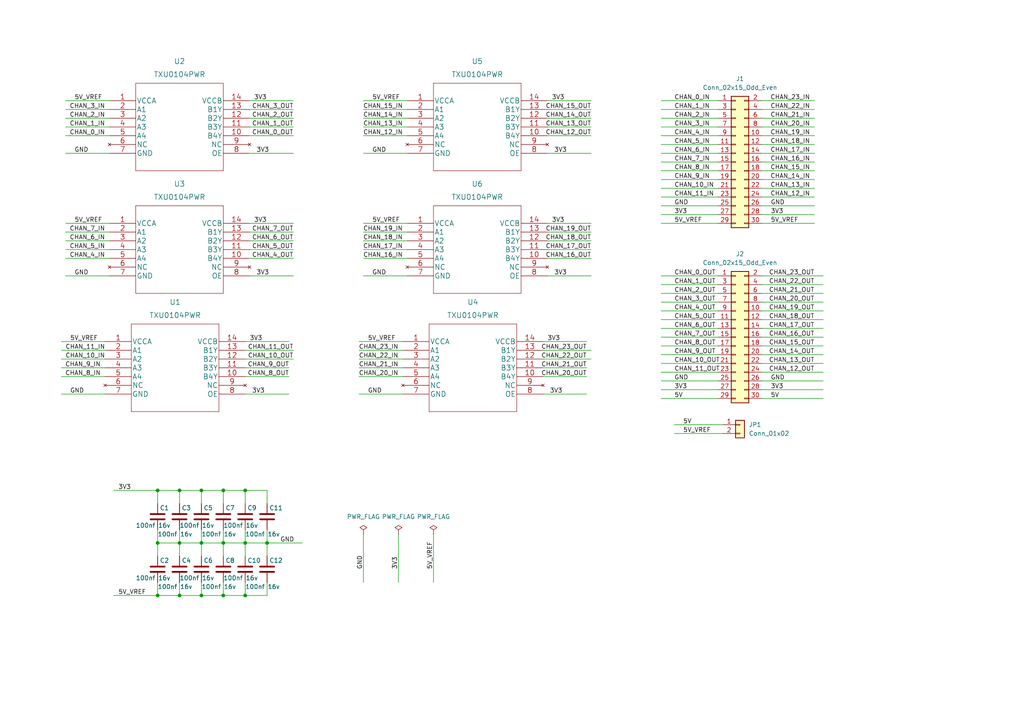
<source format=kicad_sch>
(kicad_sch (version 20211123) (generator eeschema)

  (uuid f8a18c33-bdac-445e-9c91-c1d7dddec742)

  (paper "A4")

  (lib_symbols
    (symbol "2022-06-26_16-28-11:TXU0104PWR" (pin_names (offset 0.254)) (in_bom yes) (on_board yes)
      (property "Reference" "U" (id 0) (at 20.32 10.16 0)
        (effects (font (size 1.524 1.524)))
      )
      (property "Value" "TXU0104PWR" (id 1) (at 20.32 7.62 0)
        (effects (font (size 1.524 1.524)))
      )
      (property "Footprint" "TSSOP_0104PWR_TEX" (id 2) (at 20.32 6.096 0)
        (effects (font (size 1.524 1.524)) hide)
      )
      (property "Datasheet" "" (id 3) (at 0 0 0)
        (effects (font (size 1.524 1.524)))
      )
      (property "ki_locked" "" (id 4) (at 0 0 0)
        (effects (font (size 1.27 1.27)))
      )
      (property "ki_fp_filters" "TSSOP_0104PWR_TEX TSSOP_0104PWR_TEX-M TSSOP_0104PWR_TEX-L" (id 5) (at 0 0 0)
        (effects (font (size 1.27 1.27)) hide)
      )
      (symbol "TXU0104PWR_1_1"
        (polyline
          (pts
            (xy 7.62 -20.32)
            (xy 33.02 -20.32)
          )
          (stroke (width 0.127) (type default) (color 0 0 0 0))
          (fill (type none))
        )
        (polyline
          (pts
            (xy 7.62 5.08)
            (xy 7.62 -20.32)
          )
          (stroke (width 0.127) (type default) (color 0 0 0 0))
          (fill (type none))
        )
        (polyline
          (pts
            (xy 33.02 -20.32)
            (xy 33.02 5.08)
          )
          (stroke (width 0.127) (type default) (color 0 0 0 0))
          (fill (type none))
        )
        (polyline
          (pts
            (xy 33.02 5.08)
            (xy 7.62 5.08)
          )
          (stroke (width 0.127) (type default) (color 0 0 0 0))
          (fill (type none))
        )
        (pin power_in line (at 0 0 0) (length 7.62)
          (name "VCCA" (effects (font (size 1.4986 1.4986))))
          (number "1" (effects (font (size 1.4986 1.4986))))
        )
        (pin bidirectional line (at 40.64 -10.16 180) (length 7.62)
          (name "B4Y" (effects (font (size 1.4986 1.4986))))
          (number "10" (effects (font (size 1.4986 1.4986))))
        )
        (pin bidirectional line (at 40.64 -7.62 180) (length 7.62)
          (name "B3Y" (effects (font (size 1.4986 1.4986))))
          (number "11" (effects (font (size 1.4986 1.4986))))
        )
        (pin bidirectional line (at 40.64 -5.08 180) (length 7.62)
          (name "B2Y" (effects (font (size 1.4986 1.4986))))
          (number "12" (effects (font (size 1.4986 1.4986))))
        )
        (pin bidirectional line (at 40.64 -2.54 180) (length 7.62)
          (name "B1Y" (effects (font (size 1.4986 1.4986))))
          (number "13" (effects (font (size 1.4986 1.4986))))
        )
        (pin power_in line (at 40.64 0 180) (length 7.62)
          (name "VCCB" (effects (font (size 1.4986 1.4986))))
          (number "14" (effects (font (size 1.4986 1.4986))))
        )
        (pin bidirectional line (at 0 -2.54 0) (length 7.62)
          (name "A1" (effects (font (size 1.4986 1.4986))))
          (number "2" (effects (font (size 1.4986 1.4986))))
        )
        (pin bidirectional line (at 0 -5.08 0) (length 7.62)
          (name "A2" (effects (font (size 1.4986 1.4986))))
          (number "3" (effects (font (size 1.4986 1.4986))))
        )
        (pin bidirectional line (at 0 -7.62 0) (length 7.62)
          (name "A3" (effects (font (size 1.4986 1.4986))))
          (number "4" (effects (font (size 1.4986 1.4986))))
        )
        (pin bidirectional line (at 0 -10.16 0) (length 7.62)
          (name "A4" (effects (font (size 1.4986 1.4986))))
          (number "5" (effects (font (size 1.4986 1.4986))))
        )
        (pin no_connect line (at 0 -12.7 0) (length 7.62)
          (name "NC" (effects (font (size 1.4986 1.4986))))
          (number "6" (effects (font (size 1.4986 1.4986))))
        )
        (pin power_in line (at 0 -15.24 0) (length 7.62)
          (name "GND" (effects (font (size 1.4986 1.4986))))
          (number "7" (effects (font (size 1.4986 1.4986))))
        )
        (pin unspecified line (at 40.64 -15.24 180) (length 7.62)
          (name "OE" (effects (font (size 1.4986 1.4986))))
          (number "8" (effects (font (size 1.4986 1.4986))))
        )
        (pin no_connect line (at 40.64 -12.7 180) (length 7.62)
          (name "NC" (effects (font (size 1.4986 1.4986))))
          (number "9" (effects (font (size 1.4986 1.4986))))
        )
      )
    )
    (symbol "Connector_Generic:Conn_01x02" (pin_names (offset 1.016) hide) (in_bom yes) (on_board yes)
      (property "Reference" "J" (id 0) (at 0 2.54 0)
        (effects (font (size 1.27 1.27)))
      )
      (property "Value" "Conn_01x02" (id 1) (at 0 -5.08 0)
        (effects (font (size 1.27 1.27)))
      )
      (property "Footprint" "" (id 2) (at 0 0 0)
        (effects (font (size 1.27 1.27)) hide)
      )
      (property "Datasheet" "~" (id 3) (at 0 0 0)
        (effects (font (size 1.27 1.27)) hide)
      )
      (property "ki_keywords" "connector" (id 4) (at 0 0 0)
        (effects (font (size 1.27 1.27)) hide)
      )
      (property "ki_description" "Generic connector, single row, 01x02, script generated (kicad-library-utils/schlib/autogen/connector/)" (id 5) (at 0 0 0)
        (effects (font (size 1.27 1.27)) hide)
      )
      (property "ki_fp_filters" "Connector*:*_1x??_*" (id 6) (at 0 0 0)
        (effects (font (size 1.27 1.27)) hide)
      )
      (symbol "Conn_01x02_1_1"
        (rectangle (start -1.27 -2.413) (end 0 -2.667)
          (stroke (width 0.1524) (type default) (color 0 0 0 0))
          (fill (type none))
        )
        (rectangle (start -1.27 0.127) (end 0 -0.127)
          (stroke (width 0.1524) (type default) (color 0 0 0 0))
          (fill (type none))
        )
        (rectangle (start -1.27 1.27) (end 1.27 -3.81)
          (stroke (width 0.254) (type default) (color 0 0 0 0))
          (fill (type background))
        )
        (pin passive line (at -5.08 0 0) (length 3.81)
          (name "Pin_1" (effects (font (size 1.27 1.27))))
          (number "1" (effects (font (size 1.27 1.27))))
        )
        (pin passive line (at -5.08 -2.54 0) (length 3.81)
          (name "Pin_2" (effects (font (size 1.27 1.27))))
          (number "2" (effects (font (size 1.27 1.27))))
        )
      )
    )
    (symbol "Connector_Generic:Conn_02x15_Odd_Even" (pin_names (offset 1.016) hide) (in_bom yes) (on_board yes)
      (property "Reference" "J" (id 0) (at 1.27 20.32 0)
        (effects (font (size 1.27 1.27)))
      )
      (property "Value" "Conn_02x15_Odd_Even" (id 1) (at 1.27 -20.32 0)
        (effects (font (size 1.27 1.27)))
      )
      (property "Footprint" "" (id 2) (at 0 0 0)
        (effects (font (size 1.27 1.27)) hide)
      )
      (property "Datasheet" "~" (id 3) (at 0 0 0)
        (effects (font (size 1.27 1.27)) hide)
      )
      (property "ki_keywords" "connector" (id 4) (at 0 0 0)
        (effects (font (size 1.27 1.27)) hide)
      )
      (property "ki_description" "Generic connector, double row, 02x15, odd/even pin numbering scheme (row 1 odd numbers, row 2 even numbers), script generated (kicad-library-utils/schlib/autogen/connector/)" (id 5) (at 0 0 0)
        (effects (font (size 1.27 1.27)) hide)
      )
      (property "ki_fp_filters" "Connector*:*_2x??_*" (id 6) (at 0 0 0)
        (effects (font (size 1.27 1.27)) hide)
      )
      (symbol "Conn_02x15_Odd_Even_1_1"
        (rectangle (start -1.27 -17.653) (end 0 -17.907)
          (stroke (width 0.1524) (type default) (color 0 0 0 0))
          (fill (type none))
        )
        (rectangle (start -1.27 -15.113) (end 0 -15.367)
          (stroke (width 0.1524) (type default) (color 0 0 0 0))
          (fill (type none))
        )
        (rectangle (start -1.27 -12.573) (end 0 -12.827)
          (stroke (width 0.1524) (type default) (color 0 0 0 0))
          (fill (type none))
        )
        (rectangle (start -1.27 -10.033) (end 0 -10.287)
          (stroke (width 0.1524) (type default) (color 0 0 0 0))
          (fill (type none))
        )
        (rectangle (start -1.27 -7.493) (end 0 -7.747)
          (stroke (width 0.1524) (type default) (color 0 0 0 0))
          (fill (type none))
        )
        (rectangle (start -1.27 -4.953) (end 0 -5.207)
          (stroke (width 0.1524) (type default) (color 0 0 0 0))
          (fill (type none))
        )
        (rectangle (start -1.27 -2.413) (end 0 -2.667)
          (stroke (width 0.1524) (type default) (color 0 0 0 0))
          (fill (type none))
        )
        (rectangle (start -1.27 0.127) (end 0 -0.127)
          (stroke (width 0.1524) (type default) (color 0 0 0 0))
          (fill (type none))
        )
        (rectangle (start -1.27 2.667) (end 0 2.413)
          (stroke (width 0.1524) (type default) (color 0 0 0 0))
          (fill (type none))
        )
        (rectangle (start -1.27 5.207) (end 0 4.953)
          (stroke (width 0.1524) (type default) (color 0 0 0 0))
          (fill (type none))
        )
        (rectangle (start -1.27 7.747) (end 0 7.493)
          (stroke (width 0.1524) (type default) (color 0 0 0 0))
          (fill (type none))
        )
        (rectangle (start -1.27 10.287) (end 0 10.033)
          (stroke (width 0.1524) (type default) (color 0 0 0 0))
          (fill (type none))
        )
        (rectangle (start -1.27 12.827) (end 0 12.573)
          (stroke (width 0.1524) (type default) (color 0 0 0 0))
          (fill (type none))
        )
        (rectangle (start -1.27 15.367) (end 0 15.113)
          (stroke (width 0.1524) (type default) (color 0 0 0 0))
          (fill (type none))
        )
        (rectangle (start -1.27 17.907) (end 0 17.653)
          (stroke (width 0.1524) (type default) (color 0 0 0 0))
          (fill (type none))
        )
        (rectangle (start -1.27 19.05) (end 3.81 -19.05)
          (stroke (width 0.254) (type default) (color 0 0 0 0))
          (fill (type background))
        )
        (rectangle (start 3.81 -17.653) (end 2.54 -17.907)
          (stroke (width 0.1524) (type default) (color 0 0 0 0))
          (fill (type none))
        )
        (rectangle (start 3.81 -15.113) (end 2.54 -15.367)
          (stroke (width 0.1524) (type default) (color 0 0 0 0))
          (fill (type none))
        )
        (rectangle (start 3.81 -12.573) (end 2.54 -12.827)
          (stroke (width 0.1524) (type default) (color 0 0 0 0))
          (fill (type none))
        )
        (rectangle (start 3.81 -10.033) (end 2.54 -10.287)
          (stroke (width 0.1524) (type default) (color 0 0 0 0))
          (fill (type none))
        )
        (rectangle (start 3.81 -7.493) (end 2.54 -7.747)
          (stroke (width 0.1524) (type default) (color 0 0 0 0))
          (fill (type none))
        )
        (rectangle (start 3.81 -4.953) (end 2.54 -5.207)
          (stroke (width 0.1524) (type default) (color 0 0 0 0))
          (fill (type none))
        )
        (rectangle (start 3.81 -2.413) (end 2.54 -2.667)
          (stroke (width 0.1524) (type default) (color 0 0 0 0))
          (fill (type none))
        )
        (rectangle (start 3.81 0.127) (end 2.54 -0.127)
          (stroke (width 0.1524) (type default) (color 0 0 0 0))
          (fill (type none))
        )
        (rectangle (start 3.81 2.667) (end 2.54 2.413)
          (stroke (width 0.1524) (type default) (color 0 0 0 0))
          (fill (type none))
        )
        (rectangle (start 3.81 5.207) (end 2.54 4.953)
          (stroke (width 0.1524) (type default) (color 0 0 0 0))
          (fill (type none))
        )
        (rectangle (start 3.81 7.747) (end 2.54 7.493)
          (stroke (width 0.1524) (type default) (color 0 0 0 0))
          (fill (type none))
        )
        (rectangle (start 3.81 10.287) (end 2.54 10.033)
          (stroke (width 0.1524) (type default) (color 0 0 0 0))
          (fill (type none))
        )
        (rectangle (start 3.81 12.827) (end 2.54 12.573)
          (stroke (width 0.1524) (type default) (color 0 0 0 0))
          (fill (type none))
        )
        (rectangle (start 3.81 15.367) (end 2.54 15.113)
          (stroke (width 0.1524) (type default) (color 0 0 0 0))
          (fill (type none))
        )
        (rectangle (start 3.81 17.907) (end 2.54 17.653)
          (stroke (width 0.1524) (type default) (color 0 0 0 0))
          (fill (type none))
        )
        (pin passive line (at -5.08 17.78 0) (length 3.81)
          (name "Pin_1" (effects (font (size 1.27 1.27))))
          (number "1" (effects (font (size 1.27 1.27))))
        )
        (pin passive line (at 7.62 7.62 180) (length 3.81)
          (name "Pin_10" (effects (font (size 1.27 1.27))))
          (number "10" (effects (font (size 1.27 1.27))))
        )
        (pin passive line (at -5.08 5.08 0) (length 3.81)
          (name "Pin_11" (effects (font (size 1.27 1.27))))
          (number "11" (effects (font (size 1.27 1.27))))
        )
        (pin passive line (at 7.62 5.08 180) (length 3.81)
          (name "Pin_12" (effects (font (size 1.27 1.27))))
          (number "12" (effects (font (size 1.27 1.27))))
        )
        (pin passive line (at -5.08 2.54 0) (length 3.81)
          (name "Pin_13" (effects (font (size 1.27 1.27))))
          (number "13" (effects (font (size 1.27 1.27))))
        )
        (pin passive line (at 7.62 2.54 180) (length 3.81)
          (name "Pin_14" (effects (font (size 1.27 1.27))))
          (number "14" (effects (font (size 1.27 1.27))))
        )
        (pin passive line (at -5.08 0 0) (length 3.81)
          (name "Pin_15" (effects (font (size 1.27 1.27))))
          (number "15" (effects (font (size 1.27 1.27))))
        )
        (pin passive line (at 7.62 0 180) (length 3.81)
          (name "Pin_16" (effects (font (size 1.27 1.27))))
          (number "16" (effects (font (size 1.27 1.27))))
        )
        (pin passive line (at -5.08 -2.54 0) (length 3.81)
          (name "Pin_17" (effects (font (size 1.27 1.27))))
          (number "17" (effects (font (size 1.27 1.27))))
        )
        (pin passive line (at 7.62 -2.54 180) (length 3.81)
          (name "Pin_18" (effects (font (size 1.27 1.27))))
          (number "18" (effects (font (size 1.27 1.27))))
        )
        (pin passive line (at -5.08 -5.08 0) (length 3.81)
          (name "Pin_19" (effects (font (size 1.27 1.27))))
          (number "19" (effects (font (size 1.27 1.27))))
        )
        (pin passive line (at 7.62 17.78 180) (length 3.81)
          (name "Pin_2" (effects (font (size 1.27 1.27))))
          (number "2" (effects (font (size 1.27 1.27))))
        )
        (pin passive line (at 7.62 -5.08 180) (length 3.81)
          (name "Pin_20" (effects (font (size 1.27 1.27))))
          (number "20" (effects (font (size 1.27 1.27))))
        )
        (pin passive line (at -5.08 -7.62 0) (length 3.81)
          (name "Pin_21" (effects (font (size 1.27 1.27))))
          (number "21" (effects (font (size 1.27 1.27))))
        )
        (pin passive line (at 7.62 -7.62 180) (length 3.81)
          (name "Pin_22" (effects (font (size 1.27 1.27))))
          (number "22" (effects (font (size 1.27 1.27))))
        )
        (pin passive line (at -5.08 -10.16 0) (length 3.81)
          (name "Pin_23" (effects (font (size 1.27 1.27))))
          (number "23" (effects (font (size 1.27 1.27))))
        )
        (pin passive line (at 7.62 -10.16 180) (length 3.81)
          (name "Pin_24" (effects (font (size 1.27 1.27))))
          (number "24" (effects (font (size 1.27 1.27))))
        )
        (pin passive line (at -5.08 -12.7 0) (length 3.81)
          (name "Pin_25" (effects (font (size 1.27 1.27))))
          (number "25" (effects (font (size 1.27 1.27))))
        )
        (pin passive line (at 7.62 -12.7 180) (length 3.81)
          (name "Pin_26" (effects (font (size 1.27 1.27))))
          (number "26" (effects (font (size 1.27 1.27))))
        )
        (pin passive line (at -5.08 -15.24 0) (length 3.81)
          (name "Pin_27" (effects (font (size 1.27 1.27))))
          (number "27" (effects (font (size 1.27 1.27))))
        )
        (pin passive line (at 7.62 -15.24 180) (length 3.81)
          (name "Pin_28" (effects (font (size 1.27 1.27))))
          (number "28" (effects (font (size 1.27 1.27))))
        )
        (pin passive line (at -5.08 -17.78 0) (length 3.81)
          (name "Pin_29" (effects (font (size 1.27 1.27))))
          (number "29" (effects (font (size 1.27 1.27))))
        )
        (pin passive line (at -5.08 15.24 0) (length 3.81)
          (name "Pin_3" (effects (font (size 1.27 1.27))))
          (number "3" (effects (font (size 1.27 1.27))))
        )
        (pin passive line (at 7.62 -17.78 180) (length 3.81)
          (name "Pin_30" (effects (font (size 1.27 1.27))))
          (number "30" (effects (font (size 1.27 1.27))))
        )
        (pin passive line (at 7.62 15.24 180) (length 3.81)
          (name "Pin_4" (effects (font (size 1.27 1.27))))
          (number "4" (effects (font (size 1.27 1.27))))
        )
        (pin passive line (at -5.08 12.7 0) (length 3.81)
          (name "Pin_5" (effects (font (size 1.27 1.27))))
          (number "5" (effects (font (size 1.27 1.27))))
        )
        (pin passive line (at 7.62 12.7 180) (length 3.81)
          (name "Pin_6" (effects (font (size 1.27 1.27))))
          (number "6" (effects (font (size 1.27 1.27))))
        )
        (pin passive line (at -5.08 10.16 0) (length 3.81)
          (name "Pin_7" (effects (font (size 1.27 1.27))))
          (number "7" (effects (font (size 1.27 1.27))))
        )
        (pin passive line (at 7.62 10.16 180) (length 3.81)
          (name "Pin_8" (effects (font (size 1.27 1.27))))
          (number "8" (effects (font (size 1.27 1.27))))
        )
        (pin passive line (at -5.08 7.62 0) (length 3.81)
          (name "Pin_9" (effects (font (size 1.27 1.27))))
          (number "9" (effects (font (size 1.27 1.27))))
        )
      )
    )
    (symbol "Device:C" (pin_numbers hide) (pin_names (offset 0.254)) (in_bom yes) (on_board yes)
      (property "Reference" "C" (id 0) (at 0.635 2.54 0)
        (effects (font (size 1.27 1.27)) (justify left))
      )
      (property "Value" "C" (id 1) (at 0.635 -2.54 0)
        (effects (font (size 1.27 1.27)) (justify left))
      )
      (property "Footprint" "" (id 2) (at 0.9652 -3.81 0)
        (effects (font (size 1.27 1.27)) hide)
      )
      (property "Datasheet" "~" (id 3) (at 0 0 0)
        (effects (font (size 1.27 1.27)) hide)
      )
      (property "ki_keywords" "cap capacitor" (id 4) (at 0 0 0)
        (effects (font (size 1.27 1.27)) hide)
      )
      (property "ki_description" "Unpolarized capacitor" (id 5) (at 0 0 0)
        (effects (font (size 1.27 1.27)) hide)
      )
      (property "ki_fp_filters" "C_*" (id 6) (at 0 0 0)
        (effects (font (size 1.27 1.27)) hide)
      )
      (symbol "C_0_1"
        (polyline
          (pts
            (xy -2.032 -0.762)
            (xy 2.032 -0.762)
          )
          (stroke (width 0.508) (type default) (color 0 0 0 0))
          (fill (type none))
        )
        (polyline
          (pts
            (xy -2.032 0.762)
            (xy 2.032 0.762)
          )
          (stroke (width 0.508) (type default) (color 0 0 0 0))
          (fill (type none))
        )
      )
      (symbol "C_1_1"
        (pin passive line (at 0 3.81 270) (length 2.794)
          (name "~" (effects (font (size 1.27 1.27))))
          (number "1" (effects (font (size 1.27 1.27))))
        )
        (pin passive line (at 0 -3.81 90) (length 2.794)
          (name "~" (effects (font (size 1.27 1.27))))
          (number "2" (effects (font (size 1.27 1.27))))
        )
      )
    )
    (symbol "power:PWR_FLAG" (power) (pin_numbers hide) (pin_names (offset 0) hide) (in_bom yes) (on_board yes)
      (property "Reference" "#FLG" (id 0) (at 0 1.905 0)
        (effects (font (size 1.27 1.27)) hide)
      )
      (property "Value" "PWR_FLAG" (id 1) (at 0 3.81 0)
        (effects (font (size 1.27 1.27)))
      )
      (property "Footprint" "" (id 2) (at 0 0 0)
        (effects (font (size 1.27 1.27)) hide)
      )
      (property "Datasheet" "~" (id 3) (at 0 0 0)
        (effects (font (size 1.27 1.27)) hide)
      )
      (property "ki_keywords" "power-flag" (id 4) (at 0 0 0)
        (effects (font (size 1.27 1.27)) hide)
      )
      (property "ki_description" "Special symbol for telling ERC where power comes from" (id 5) (at 0 0 0)
        (effects (font (size 1.27 1.27)) hide)
      )
      (symbol "PWR_FLAG_0_0"
        (pin power_out line (at 0 0 90) (length 0)
          (name "pwr" (effects (font (size 1.27 1.27))))
          (number "1" (effects (font (size 1.27 1.27))))
        )
      )
      (symbol "PWR_FLAG_0_1"
        (polyline
          (pts
            (xy 0 0)
            (xy 0 1.27)
            (xy -1.016 1.905)
            (xy 0 2.54)
            (xy 1.016 1.905)
            (xy 0 1.27)
          )
          (stroke (width 0) (type default) (color 0 0 0 0))
          (fill (type none))
        )
      )
    )
  )


  (junction (at 71.12 157.48) (diameter 0) (color 0 0 0 0)
    (uuid 2acdd67f-79ec-4adc-b306-390fb6ff20ea)
  )
  (junction (at 58.42 172.72) (diameter 0) (color 0 0 0 0)
    (uuid 32614eb6-d0d7-4df3-90f8-be06ba52cb4f)
  )
  (junction (at 45.72 142.24) (diameter 0) (color 0 0 0 0)
    (uuid 4626effc-28f2-47e7-b98c-bcc8b32be73b)
  )
  (junction (at 64.77 157.48) (diameter 0) (color 0 0 0 0)
    (uuid 46e060e6-4f12-4189-9ad2-a601d9e66af2)
  )
  (junction (at 71.12 142.24) (diameter 0) (color 0 0 0 0)
    (uuid 4e7d01e3-d188-4d3b-b502-761a139a873a)
  )
  (junction (at 52.07 157.48) (diameter 0) (color 0 0 0 0)
    (uuid 5b85dc40-9a14-4734-bce9-305933518028)
  )
  (junction (at 45.72 172.72) (diameter 0) (color 0 0 0 0)
    (uuid 8bee4666-a5b7-45db-b345-a79ce40ddecf)
  )
  (junction (at 52.07 142.24) (diameter 0) (color 0 0 0 0)
    (uuid 922b13a5-ac4d-4699-9c19-be1ac83daa2b)
  )
  (junction (at 58.42 157.48) (diameter 0) (color 0 0 0 0)
    (uuid 975e7c5d-b10c-4de8-b17a-851107e840dc)
  )
  (junction (at 58.42 142.24) (diameter 0) (color 0 0 0 0)
    (uuid b040747a-d452-4d9f-8905-b76956472318)
  )
  (junction (at 64.77 142.24) (diameter 0) (color 0 0 0 0)
    (uuid c4c17dc4-4c32-40eb-87b3-cd263f98ab56)
  )
  (junction (at 71.12 172.72) (diameter 0) (color 0 0 0 0)
    (uuid c690ebf6-7699-4898-b2ae-643febad10d2)
  )
  (junction (at 52.07 172.72) (diameter 0) (color 0 0 0 0)
    (uuid c73b7f93-ce75-4706-8379-a93dd92118cb)
  )
  (junction (at 77.47 157.48) (diameter 0) (color 0 0 0 0)
    (uuid e84468d7-6d34-4300-98fa-8c5b97d809e6)
  )
  (junction (at 45.72 157.48) (diameter 0) (color 0 0 0 0)
    (uuid ec6d7081-3a0f-4f2c-9cdb-537b7352c11f)
  )
  (junction (at 64.77 172.72) (diameter 0) (color 0 0 0 0)
    (uuid f6984425-c31e-4baf-9c32-24d8e590d322)
  )

  (wire (pts (xy 191.77 57.15) (xy 208.28 57.15))
    (stroke (width 0) (type default) (color 0 0 0 0))
    (uuid 017cc010-bda9-409d-8ae0-b1d8dc9e3c0a)
  )
  (wire (pts (xy 220.98 92.71) (xy 238.76 92.71))
    (stroke (width 0) (type default) (color 0 0 0 0))
    (uuid 02aa2afc-723e-4d6c-b7f3-b198814e99d8)
  )
  (wire (pts (xy 220.98 100.33) (xy 238.76 100.33))
    (stroke (width 0) (type default) (color 0 0 0 0))
    (uuid 0632debb-924b-47c7-88a0-ad38de196408)
  )
  (wire (pts (xy 158.75 34.29) (xy 171.45 34.29))
    (stroke (width 0) (type default) (color 0 0 0 0))
    (uuid 08595908-af1a-4579-b2b1-a30da9cf3086)
  )
  (wire (pts (xy 220.98 52.07) (xy 236.22 52.07))
    (stroke (width 0) (type default) (color 0 0 0 0))
    (uuid 09bb2f4e-4016-405b-922f-fbdcc93ba296)
  )
  (wire (pts (xy 19.05 44.45) (xy 31.75 44.45))
    (stroke (width 0) (type default) (color 0 0 0 0))
    (uuid 0b25094a-04ab-487d-be6a-9a062fb13a74)
  )
  (wire (pts (xy 19.05 74.93) (xy 31.75 74.93))
    (stroke (width 0) (type default) (color 0 0 0 0))
    (uuid 0b40465f-d9fd-4659-8e14-a8a8832b14c7)
  )
  (wire (pts (xy 71.12 104.14) (xy 85.09 104.14))
    (stroke (width 0) (type default) (color 0 0 0 0))
    (uuid 0beb7083-4da5-4dbb-af4f-e5bc1f6cf1be)
  )
  (wire (pts (xy 191.77 64.77) (xy 208.28 64.77))
    (stroke (width 0) (type default) (color 0 0 0 0))
    (uuid 0edb8563-eef2-4c11-8b1f-af436b2a86f6)
  )
  (wire (pts (xy 52.07 172.72) (xy 58.42 172.72))
    (stroke (width 0) (type default) (color 0 0 0 0))
    (uuid 1092a7fc-d621-49cb-a0ec-b4b7d38cab01)
  )
  (wire (pts (xy 191.77 92.71) (xy 208.28 92.71))
    (stroke (width 0) (type default) (color 0 0 0 0))
    (uuid 10aab90e-1945-4bb9-a0a7-0680a9e7496f)
  )
  (wire (pts (xy 191.77 87.63) (xy 208.28 87.63))
    (stroke (width 0) (type default) (color 0 0 0 0))
    (uuid 10f3dce2-72a0-420e-ac01-f457fb8e58e7)
  )
  (wire (pts (xy 104.14 99.06) (xy 116.84 99.06))
    (stroke (width 0) (type default) (color 0 0 0 0))
    (uuid 11ddc816-0f7c-4c60-b1d7-b25f48d4022d)
  )
  (wire (pts (xy 158.75 80.01) (xy 171.45 80.01))
    (stroke (width 0) (type default) (color 0 0 0 0))
    (uuid 12a41c32-621b-4709-9f8d-947082b2f76b)
  )
  (wire (pts (xy 191.77 115.57) (xy 208.28 115.57))
    (stroke (width 0) (type default) (color 0 0 0 0))
    (uuid 1383ac2e-c699-4f11-8387-70706df9d68e)
  )
  (wire (pts (xy 105.41 67.31) (xy 118.11 67.31))
    (stroke (width 0) (type default) (color 0 0 0 0))
    (uuid 14aaea70-e974-49c6-aa70-2fd96691e8e4)
  )
  (wire (pts (xy 220.98 97.79) (xy 238.76 97.79))
    (stroke (width 0) (type default) (color 0 0 0 0))
    (uuid 197bcb68-24b3-4894-b4e6-dd9c5d48470f)
  )
  (wire (pts (xy 191.77 52.07) (xy 208.28 52.07))
    (stroke (width 0) (type default) (color 0 0 0 0))
    (uuid 1b93edd8-3d98-4e9f-b504-01cac0d308a3)
  )
  (wire (pts (xy 220.98 64.77) (xy 236.22 64.77))
    (stroke (width 0) (type default) (color 0 0 0 0))
    (uuid 1dfd57e6-2750-423f-b47b-e3e12643c855)
  )
  (wire (pts (xy 105.41 69.85) (xy 118.11 69.85))
    (stroke (width 0) (type default) (color 0 0 0 0))
    (uuid 2002a46c-8e1b-4e13-82b5-b15e6bcc6a23)
  )
  (wire (pts (xy 71.12 157.48) (xy 71.12 161.29))
    (stroke (width 0) (type default) (color 0 0 0 0))
    (uuid 25de2a9b-6f32-46ff-a717-aa55fdb9dd74)
  )
  (wire (pts (xy 105.41 39.37) (xy 118.11 39.37))
    (stroke (width 0) (type default) (color 0 0 0 0))
    (uuid 266b42bd-56de-4e23-bf56-2b0a6935262a)
  )
  (wire (pts (xy 58.42 168.91) (xy 58.42 172.72))
    (stroke (width 0) (type default) (color 0 0 0 0))
    (uuid 29206883-79d1-4dcc-b85e-f33b1ff0905d)
  )
  (wire (pts (xy 191.77 90.17) (xy 208.28 90.17))
    (stroke (width 0) (type default) (color 0 0 0 0))
    (uuid 2925ea42-ac97-4320-950f-7ac988e05555)
  )
  (wire (pts (xy 71.12 109.22) (xy 83.82 109.22))
    (stroke (width 0) (type default) (color 0 0 0 0))
    (uuid 29a663c2-1f15-49a2-8234-036d99e51ad5)
  )
  (wire (pts (xy 158.75 64.77) (xy 171.45 64.77))
    (stroke (width 0) (type default) (color 0 0 0 0))
    (uuid 2b7b1c93-0ffb-444b-80bc-f41a1e2a41f7)
  )
  (wire (pts (xy 105.41 80.01) (xy 118.11 80.01))
    (stroke (width 0) (type default) (color 0 0 0 0))
    (uuid 2b908cd5-a167-4bd6-a88d-8fed0a230cd6)
  )
  (wire (pts (xy 64.77 153.67) (xy 64.77 157.48))
    (stroke (width 0) (type default) (color 0 0 0 0))
    (uuid 2d4e6512-b2cc-4a79-9eb5-4100920e12f7)
  )
  (wire (pts (xy 191.77 54.61) (xy 208.28 54.61))
    (stroke (width 0) (type default) (color 0 0 0 0))
    (uuid 2e2793ba-929c-45f1-af39-cafc785281c4)
  )
  (wire (pts (xy 64.77 157.48) (xy 64.77 161.29))
    (stroke (width 0) (type default) (color 0 0 0 0))
    (uuid 2ff828dd-43b8-4706-877c-ce2c76e6e9c1)
  )
  (wire (pts (xy 125.73 154.94) (xy 125.73 168.91))
    (stroke (width 0) (type default) (color 0 0 0 0))
    (uuid 307d821e-a75a-403f-bc10-0f8fbd86f69a)
  )
  (wire (pts (xy 19.05 64.77) (xy 31.75 64.77))
    (stroke (width 0) (type default) (color 0 0 0 0))
    (uuid 318c88f7-e5e6-4e6a-9172-47f04ca43af6)
  )
  (wire (pts (xy 45.72 168.91) (xy 45.72 172.72))
    (stroke (width 0) (type default) (color 0 0 0 0))
    (uuid 3464453d-12cf-4cd5-834e-b70c3be4fe1c)
  )
  (wire (pts (xy 105.41 31.75) (xy 118.11 31.75))
    (stroke (width 0) (type default) (color 0 0 0 0))
    (uuid 3665c82b-d442-4830-848e-9bf64bea8466)
  )
  (wire (pts (xy 220.98 110.49) (xy 238.76 110.49))
    (stroke (width 0) (type default) (color 0 0 0 0))
    (uuid 384d9496-3189-4679-ab30-540ef3c9b3db)
  )
  (wire (pts (xy 71.12 114.3) (xy 83.82 114.3))
    (stroke (width 0) (type default) (color 0 0 0 0))
    (uuid 39ea2474-de5c-43cf-aaa6-b9a8b9ec730b)
  )
  (wire (pts (xy 220.98 90.17) (xy 238.76 90.17))
    (stroke (width 0) (type default) (color 0 0 0 0))
    (uuid 3a718821-d7c2-496c-87c7-753c5fd80703)
  )
  (wire (pts (xy 191.77 36.83) (xy 208.28 36.83))
    (stroke (width 0) (type default) (color 0 0 0 0))
    (uuid 3b2d7620-5ef8-432e-9196-030da9e24ee1)
  )
  (wire (pts (xy 220.98 87.63) (xy 238.76 87.63))
    (stroke (width 0) (type default) (color 0 0 0 0))
    (uuid 3b81d06a-ce18-4bca-803e-30b2703c3dd0)
  )
  (wire (pts (xy 71.12 157.48) (xy 77.47 157.48))
    (stroke (width 0) (type default) (color 0 0 0 0))
    (uuid 435757f7-7d36-4caa-b90d-200b9c751a1f)
  )
  (wire (pts (xy 45.72 172.72) (xy 52.07 172.72))
    (stroke (width 0) (type default) (color 0 0 0 0))
    (uuid 43a5fc00-3b9d-4777-b42b-5092e60b2838)
  )
  (wire (pts (xy 19.05 67.31) (xy 31.75 67.31))
    (stroke (width 0) (type default) (color 0 0 0 0))
    (uuid 44e36a05-a498-4d95-b80a-f4e9985c8a8b)
  )
  (wire (pts (xy 158.75 69.85) (xy 171.45 69.85))
    (stroke (width 0) (type default) (color 0 0 0 0))
    (uuid 478aa956-0b57-49c7-bac7-c5cfaf89db97)
  )
  (wire (pts (xy 191.77 39.37) (xy 208.28 39.37))
    (stroke (width 0) (type default) (color 0 0 0 0))
    (uuid 49a98df5-3cee-4c7c-b800-d68886d6bf2c)
  )
  (wire (pts (xy 58.42 172.72) (xy 64.77 172.72))
    (stroke (width 0) (type default) (color 0 0 0 0))
    (uuid 49d3e7c0-1f39-4c58-8f61-6e3a09c88a9f)
  )
  (wire (pts (xy 64.77 142.24) (xy 64.77 146.05))
    (stroke (width 0) (type default) (color 0 0 0 0))
    (uuid 4a04efb9-dc8b-47e4-9c88-d93244afa851)
  )
  (wire (pts (xy 72.39 29.21) (xy 85.09 29.21))
    (stroke (width 0) (type default) (color 0 0 0 0))
    (uuid 4ade04dc-6dbc-4214-b7db-dac6772cacb6)
  )
  (wire (pts (xy 220.98 46.99) (xy 236.22 46.99))
    (stroke (width 0) (type default) (color 0 0 0 0))
    (uuid 4c2c821a-c29d-4338-ad3f-2c17b86a54dc)
  )
  (wire (pts (xy 72.39 31.75) (xy 85.09 31.75))
    (stroke (width 0) (type default) (color 0 0 0 0))
    (uuid 4e28e1dc-1ff7-44be-8e51-bc63d1212803)
  )
  (wire (pts (xy 58.42 142.24) (xy 64.77 142.24))
    (stroke (width 0) (type default) (color 0 0 0 0))
    (uuid 4f1ac59b-2db3-486c-8577-9f6d7fad8280)
  )
  (wire (pts (xy 77.47 157.48) (xy 87.63 157.48))
    (stroke (width 0) (type default) (color 0 0 0 0))
    (uuid 546b416d-c2af-4e86-b38f-e26c117b0085)
  )
  (wire (pts (xy 191.77 29.21) (xy 208.28 29.21))
    (stroke (width 0) (type default) (color 0 0 0 0))
    (uuid 54f431c1-9739-4c3b-b825-53b517f588b5)
  )
  (wire (pts (xy 19.05 39.37) (xy 31.75 39.37))
    (stroke (width 0) (type default) (color 0 0 0 0))
    (uuid 57712f60-6fe1-4dd4-bab3-bfd969f44202)
  )
  (wire (pts (xy 52.07 142.24) (xy 52.07 146.05))
    (stroke (width 0) (type default) (color 0 0 0 0))
    (uuid 58a0ab28-fc1d-4da5-b563-35693d7be19a)
  )
  (wire (pts (xy 116.84 109.22) (xy 104.14 109.22))
    (stroke (width 0) (type default) (color 0 0 0 0))
    (uuid 5aabacd3-c778-478e-ac83-ff0b79ba0782)
  )
  (wire (pts (xy 191.77 46.99) (xy 208.28 46.99))
    (stroke (width 0) (type default) (color 0 0 0 0))
    (uuid 5c3b74a3-042c-4161-8f2a-1918c3220b20)
  )
  (wire (pts (xy 72.39 44.45) (xy 85.09 44.45))
    (stroke (width 0) (type default) (color 0 0 0 0))
    (uuid 5cd91e0a-127f-4f47-87a9-2faf1d3a719c)
  )
  (wire (pts (xy 191.77 34.29) (xy 208.28 34.29))
    (stroke (width 0) (type default) (color 0 0 0 0))
    (uuid 5d9548cb-1f71-47c9-8e7b-c5a21abea33c)
  )
  (wire (pts (xy 220.98 29.21) (xy 236.22 29.21))
    (stroke (width 0) (type default) (color 0 0 0 0))
    (uuid 5dc21df6-5721-46a6-bc68-64b54e1dfd9e)
  )
  (wire (pts (xy 19.05 34.29) (xy 31.75 34.29))
    (stroke (width 0) (type default) (color 0 0 0 0))
    (uuid 5de89ac8-5859-461f-8979-69dc5f96bf91)
  )
  (wire (pts (xy 71.12 153.67) (xy 71.12 157.48))
    (stroke (width 0) (type default) (color 0 0 0 0))
    (uuid 5df453bf-08a7-419c-8c22-1e22d00cc9be)
  )
  (wire (pts (xy 191.77 107.95) (xy 208.28 107.95))
    (stroke (width 0) (type default) (color 0 0 0 0))
    (uuid 60a7e4fa-717c-4bf2-b696-7f542bd3a1b0)
  )
  (wire (pts (xy 30.48 109.22) (xy 17.78 109.22))
    (stroke (width 0) (type default) (color 0 0 0 0))
    (uuid 61abe7a0-3a4e-442f-b67b-ba945ae2a70a)
  )
  (wire (pts (xy 158.75 36.83) (xy 171.45 36.83))
    (stroke (width 0) (type default) (color 0 0 0 0))
    (uuid 636b938e-a83e-4394-9f5b-006af1ff3b46)
  )
  (wire (pts (xy 30.48 106.68) (xy 17.78 106.68))
    (stroke (width 0) (type default) (color 0 0 0 0))
    (uuid 65699dee-1842-4962-8d82-1aa2fb016c5f)
  )
  (wire (pts (xy 52.07 168.91) (xy 52.07 172.72))
    (stroke (width 0) (type default) (color 0 0 0 0))
    (uuid 66380a9d-edeb-45c4-92a3-8826bb46a444)
  )
  (wire (pts (xy 19.05 72.39) (xy 31.75 72.39))
    (stroke (width 0) (type default) (color 0 0 0 0))
    (uuid 669c1910-a49c-4eb9-9b06-3e9c56038b35)
  )
  (wire (pts (xy 191.77 82.55) (xy 208.28 82.55))
    (stroke (width 0) (type default) (color 0 0 0 0))
    (uuid 66d8307c-a52c-4475-91bd-9418fc1db8cb)
  )
  (wire (pts (xy 105.41 29.21) (xy 118.11 29.21))
    (stroke (width 0) (type default) (color 0 0 0 0))
    (uuid 6929de57-a528-49e9-a516-668ffe5f9999)
  )
  (wire (pts (xy 52.07 157.48) (xy 52.07 161.29))
    (stroke (width 0) (type default) (color 0 0 0 0))
    (uuid 6a645b21-20ba-4b3f-a9d6-54e75927e3ac)
  )
  (wire (pts (xy 64.77 157.48) (xy 71.12 157.48))
    (stroke (width 0) (type default) (color 0 0 0 0))
    (uuid 6fe8fa32-32ab-40d4-b1c2-f8724ff54f1f)
  )
  (wire (pts (xy 45.72 157.48) (xy 52.07 157.48))
    (stroke (width 0) (type default) (color 0 0 0 0))
    (uuid 71332070-8fec-44c9-9f4b-19b5d14785d9)
  )
  (wire (pts (xy 104.14 114.3) (xy 116.84 114.3))
    (stroke (width 0) (type default) (color 0 0 0 0))
    (uuid 72f9e38e-6b7e-45ee-b753-0f0440199cea)
  )
  (wire (pts (xy 77.47 168.91) (xy 77.47 172.72))
    (stroke (width 0) (type default) (color 0 0 0 0))
    (uuid 737457d6-f289-4529-a90e-0f383bf4ec14)
  )
  (wire (pts (xy 77.47 146.05) (xy 77.47 142.24))
    (stroke (width 0) (type default) (color 0 0 0 0))
    (uuid 758d1314-0e90-4c96-838f-b82e8b048db3)
  )
  (wire (pts (xy 33.02 142.24) (xy 45.72 142.24))
    (stroke (width 0) (type default) (color 0 0 0 0))
    (uuid 76698f42-e6c1-4a1d-bcbe-514e192ae51a)
  )
  (wire (pts (xy 191.77 110.49) (xy 208.28 110.49))
    (stroke (width 0) (type default) (color 0 0 0 0))
    (uuid 798f7fb0-4ce9-45b5-a05a-cf08b425b313)
  )
  (wire (pts (xy 220.98 95.25) (xy 238.76 95.25))
    (stroke (width 0) (type default) (color 0 0 0 0))
    (uuid 7b521306-bd1d-4dcb-8dd7-e50c40adee38)
  )
  (wire (pts (xy 220.98 57.15) (xy 236.22 57.15))
    (stroke (width 0) (type default) (color 0 0 0 0))
    (uuid 7cecc63c-48fa-4634-8c97-d56136d96d15)
  )
  (wire (pts (xy 220.98 85.09) (xy 238.76 85.09))
    (stroke (width 0) (type default) (color 0 0 0 0))
    (uuid 7ff6e72d-92d2-4ff9-bb22-8c5267b456dd)
  )
  (wire (pts (xy 157.48 104.14) (xy 171.45 104.14))
    (stroke (width 0) (type default) (color 0 0 0 0))
    (uuid 803f3663-b18d-4001-95b4-30abff61c2a2)
  )
  (wire (pts (xy 220.98 49.53) (xy 236.22 49.53))
    (stroke (width 0) (type default) (color 0 0 0 0))
    (uuid 810846b7-2b8e-40cb-9c38-9a9f000bd134)
  )
  (wire (pts (xy 157.48 109.22) (xy 170.18 109.22))
    (stroke (width 0) (type default) (color 0 0 0 0))
    (uuid 83959d88-1692-4368-89fc-ccfa70062bd8)
  )
  (wire (pts (xy 157.48 106.68) (xy 170.18 106.68))
    (stroke (width 0) (type default) (color 0 0 0 0))
    (uuid 852110af-be4f-4e36-88d3-1d008183d09f)
  )
  (wire (pts (xy 105.41 36.83) (xy 118.11 36.83))
    (stroke (width 0) (type default) (color 0 0 0 0))
    (uuid 85383a4a-df61-421c-90b2-d6feb6aa94c6)
  )
  (wire (pts (xy 191.77 95.25) (xy 208.28 95.25))
    (stroke (width 0) (type default) (color 0 0 0 0))
    (uuid 8565812b-4e46-4a53-9165-ba126f7c4069)
  )
  (wire (pts (xy 71.12 142.24) (xy 71.12 146.05))
    (stroke (width 0) (type default) (color 0 0 0 0))
    (uuid 8586134f-3c30-4200-8a88-b71075db9f5a)
  )
  (wire (pts (xy 191.77 100.33) (xy 208.28 100.33))
    (stroke (width 0) (type default) (color 0 0 0 0))
    (uuid 85b45f9a-7a39-40a9-a147-7c78e0ae9a36)
  )
  (wire (pts (xy 58.42 157.48) (xy 58.42 161.29))
    (stroke (width 0) (type default) (color 0 0 0 0))
    (uuid 88d3cbe5-cac2-4f8c-a7ef-a5ffe748e648)
  )
  (wire (pts (xy 72.39 36.83) (xy 85.09 36.83))
    (stroke (width 0) (type default) (color 0 0 0 0))
    (uuid 89760f45-e536-4887-8023-33393a64cc9f)
  )
  (wire (pts (xy 157.48 101.6) (xy 171.45 101.6))
    (stroke (width 0) (type default) (color 0 0 0 0))
    (uuid 89ee011c-7bfb-4d36-b3c8-756b011feefe)
  )
  (wire (pts (xy 191.77 31.75) (xy 208.28 31.75))
    (stroke (width 0) (type default) (color 0 0 0 0))
    (uuid 8af9de7b-56b4-41cc-b821-60d8b67feca8)
  )
  (wire (pts (xy 115.57 154.94) (xy 115.57 168.91))
    (stroke (width 0) (type default) (color 0 0 0 0))
    (uuid 8cda731c-c12d-410e-928b-25c2d23e5a08)
  )
  (wire (pts (xy 158.75 74.93) (xy 171.45 74.93))
    (stroke (width 0) (type default) (color 0 0 0 0))
    (uuid 9056521e-b244-469a-ba8b-9e1553523fc6)
  )
  (wire (pts (xy 220.98 80.01) (xy 238.76 80.01))
    (stroke (width 0) (type default) (color 0 0 0 0))
    (uuid 91868ff3-8e0c-4ef2-84fd-4521912ed265)
  )
  (wire (pts (xy 58.42 142.24) (xy 58.42 146.05))
    (stroke (width 0) (type default) (color 0 0 0 0))
    (uuid 956742d3-3a59-48ba-86fe-abab5e5db250)
  )
  (wire (pts (xy 19.05 36.83) (xy 31.75 36.83))
    (stroke (width 0) (type default) (color 0 0 0 0))
    (uuid 957e6203-bcf4-48b8-8bfe-2599cd97c7e0)
  )
  (wire (pts (xy 72.39 67.31) (xy 85.09 67.31))
    (stroke (width 0) (type default) (color 0 0 0 0))
    (uuid 95b00b93-c9aa-4bb3-b268-deecd8d8a42e)
  )
  (wire (pts (xy 71.12 172.72) (xy 77.47 172.72))
    (stroke (width 0) (type default) (color 0 0 0 0))
    (uuid 95e1eae4-b60c-4097-bb86-85c41fc9e35a)
  )
  (wire (pts (xy 33.02 172.72) (xy 45.72 172.72))
    (stroke (width 0) (type default) (color 0 0 0 0))
    (uuid 96ee87d8-f55d-493e-b546-81bf54cb3521)
  )
  (wire (pts (xy 191.77 49.53) (xy 208.28 49.53))
    (stroke (width 0) (type default) (color 0 0 0 0))
    (uuid 9ede94d1-1feb-4517-92e6-b8f20bafd312)
  )
  (wire (pts (xy 158.75 31.75) (xy 171.45 31.75))
    (stroke (width 0) (type default) (color 0 0 0 0))
    (uuid a1658a15-b815-40e3-a447-6bea751ba325)
  )
  (wire (pts (xy 158.75 44.45) (xy 171.45 44.45))
    (stroke (width 0) (type default) (color 0 0 0 0))
    (uuid a3973864-311f-4338-a718-fb2559f7da81)
  )
  (wire (pts (xy 191.77 44.45) (xy 208.28 44.45))
    (stroke (width 0) (type default) (color 0 0 0 0))
    (uuid a8facd03-48e8-4bad-920f-05feb5fa5151)
  )
  (wire (pts (xy 220.98 36.83) (xy 236.22 36.83))
    (stroke (width 0) (type default) (color 0 0 0 0))
    (uuid ab7bde7b-88a3-4281-93a7-02764492f31f)
  )
  (wire (pts (xy 191.77 62.23) (xy 208.28 62.23))
    (stroke (width 0) (type default) (color 0 0 0 0))
    (uuid aca9ad19-de95-45d4-bdd4-e8f5ee4b8339)
  )
  (wire (pts (xy 220.98 41.91) (xy 236.22 41.91))
    (stroke (width 0) (type default) (color 0 0 0 0))
    (uuid ae7757fe-32a6-4442-8dec-d1b3f1592616)
  )
  (wire (pts (xy 220.98 115.57) (xy 238.76 115.57))
    (stroke (width 0) (type default) (color 0 0 0 0))
    (uuid b04ee077-b596-4567-a9d0-522e69ac19e6)
  )
  (wire (pts (xy 45.72 153.67) (xy 45.72 157.48))
    (stroke (width 0) (type default) (color 0 0 0 0))
    (uuid b0d70e12-75b9-482f-af86-b846159079e7)
  )
  (wire (pts (xy 105.41 34.29) (xy 118.11 34.29))
    (stroke (width 0) (type default) (color 0 0 0 0))
    (uuid b1b57571-5e28-4218-8120-d999e0517b48)
  )
  (wire (pts (xy 19.05 69.85) (xy 31.75 69.85))
    (stroke (width 0) (type default) (color 0 0 0 0))
    (uuid b1d33ed5-c2e2-4240-8597-e0d384216b4a)
  )
  (wire (pts (xy 220.98 105.41) (xy 238.76 105.41))
    (stroke (width 0) (type default) (color 0 0 0 0))
    (uuid b5ff3f55-cea3-4748-879d-af06b37815e3)
  )
  (wire (pts (xy 72.39 34.29) (xy 85.09 34.29))
    (stroke (width 0) (type default) (color 0 0 0 0))
    (uuid b69f53f8-1271-4595-a229-b2c64d01acdb)
  )
  (wire (pts (xy 72.39 69.85) (xy 85.09 69.85))
    (stroke (width 0) (type default) (color 0 0 0 0))
    (uuid b7ad54c7-f1c5-4066-92a7-5d643314cda9)
  )
  (wire (pts (xy 220.98 113.03) (xy 238.76 113.03))
    (stroke (width 0) (type default) (color 0 0 0 0))
    (uuid b8489324-d664-49a0-a79c-28cf0b94d4f2)
  )
  (wire (pts (xy 64.77 168.91) (xy 64.77 172.72))
    (stroke (width 0) (type default) (color 0 0 0 0))
    (uuid b8d8f2e0-1ae7-4564-a7e2-44ac5ef69e53)
  )
  (wire (pts (xy 220.98 62.23) (xy 236.22 62.23))
    (stroke (width 0) (type default) (color 0 0 0 0))
    (uuid b9e9c933-22fa-4d2d-a4d0-dc3c11362cff)
  )
  (wire (pts (xy 191.77 102.87) (xy 208.28 102.87))
    (stroke (width 0) (type default) (color 0 0 0 0))
    (uuid b9f3f397-8cd0-4c4e-b7ed-dc334550a099)
  )
  (wire (pts (xy 71.12 168.91) (xy 71.12 172.72))
    (stroke (width 0) (type default) (color 0 0 0 0))
    (uuid bb0c0718-d71d-41f8-b234-a2413255df03)
  )
  (wire (pts (xy 209.55 123.19) (xy 195.58 123.19))
    (stroke (width 0) (type default) (color 0 0 0 0))
    (uuid bd7cf846-8d28-4e1a-ae61-50e50b6e7a9b)
  )
  (wire (pts (xy 72.39 72.39) (xy 85.09 72.39))
    (stroke (width 0) (type default) (color 0 0 0 0))
    (uuid be17fad4-1ec6-40e7-8ae6-a41371ef7f3c)
  )
  (wire (pts (xy 19.05 31.75) (xy 31.75 31.75))
    (stroke (width 0) (type default) (color 0 0 0 0))
    (uuid bf466355-9a0e-44d7-b953-c8f283af2f1c)
  )
  (wire (pts (xy 30.48 101.6) (xy 17.78 101.6))
    (stroke (width 0) (type default) (color 0 0 0 0))
    (uuid bf57d18c-021e-4857-a56f-9026b60ef38d)
  )
  (wire (pts (xy 158.75 29.21) (xy 171.45 29.21))
    (stroke (width 0) (type default) (color 0 0 0 0))
    (uuid bfe41ca1-1a78-4a62-8787-b0d3a15c8de0)
  )
  (wire (pts (xy 64.77 172.72) (xy 71.12 172.72))
    (stroke (width 0) (type default) (color 0 0 0 0))
    (uuid c29c0ede-084a-4dd9-ad6d-fb4fed8039cf)
  )
  (wire (pts (xy 158.75 39.37) (xy 171.45 39.37))
    (stroke (width 0) (type default) (color 0 0 0 0))
    (uuid c3167ec1-5e0c-41bc-b2ba-116bf6cd63df)
  )
  (wire (pts (xy 158.75 67.31) (xy 171.45 67.31))
    (stroke (width 0) (type default) (color 0 0 0 0))
    (uuid c43f350f-959b-4ace-99e2-b0a5d0d4b386)
  )
  (wire (pts (xy 17.78 114.3) (xy 30.48 114.3))
    (stroke (width 0) (type default) (color 0 0 0 0))
    (uuid c4687491-db62-4501-94a6-269879c0183c)
  )
  (wire (pts (xy 116.84 106.68) (xy 104.14 106.68))
    (stroke (width 0) (type default) (color 0 0 0 0))
    (uuid c75ef07f-a1cb-41e3-855c-ae52c688472a)
  )
  (wire (pts (xy 191.77 113.03) (xy 208.28 113.03))
    (stroke (width 0) (type default) (color 0 0 0 0))
    (uuid c79ee278-4f0b-4808-a13c-f6f8c658d4b9)
  )
  (wire (pts (xy 45.72 142.24) (xy 45.72 146.05))
    (stroke (width 0) (type default) (color 0 0 0 0))
    (uuid ca15ba38-7040-4aa1-aa8f-420218bd6ac7)
  )
  (wire (pts (xy 72.39 80.01) (xy 85.09 80.01))
    (stroke (width 0) (type default) (color 0 0 0 0))
    (uuid cbb90519-4a75-44b2-a222-599b333a2dfb)
  )
  (wire (pts (xy 220.98 39.37) (xy 236.22 39.37))
    (stroke (width 0) (type default) (color 0 0 0 0))
    (uuid ce489faf-45da-44c4-8c7e-abb7ca7b8c49)
  )
  (wire (pts (xy 158.75 72.39) (xy 171.45 72.39))
    (stroke (width 0) (type default) (color 0 0 0 0))
    (uuid ce7c88bc-6c88-45a2-8cab-40500ccb0381)
  )
  (wire (pts (xy 52.07 142.24) (xy 58.42 142.24))
    (stroke (width 0) (type default) (color 0 0 0 0))
    (uuid cf20d9d8-c3ef-4c7f-9ec5-7fc8bc8980ec)
  )
  (wire (pts (xy 191.77 97.79) (xy 208.28 97.79))
    (stroke (width 0) (type default) (color 0 0 0 0))
    (uuid cf316395-0128-4491-a8da-7421f8ffeb8e)
  )
  (wire (pts (xy 72.39 74.93) (xy 85.09 74.93))
    (stroke (width 0) (type default) (color 0 0 0 0))
    (uuid cf5547bb-6afe-4a66-9727-60404d089a25)
  )
  (wire (pts (xy 52.07 157.48) (xy 58.42 157.48))
    (stroke (width 0) (type default) (color 0 0 0 0))
    (uuid cfd88d9b-9ccd-4d0d-adcd-ecc1767a7cda)
  )
  (wire (pts (xy 30.48 104.14) (xy 17.78 104.14))
    (stroke (width 0) (type default) (color 0 0 0 0))
    (uuid d16bbb2e-0a42-46b2-9292-19324d6ec57f)
  )
  (wire (pts (xy 220.98 59.69) (xy 236.22 59.69))
    (stroke (width 0) (type default) (color 0 0 0 0))
    (uuid d1900729-d56b-4976-aa55-9cc260dc60e7)
  )
  (wire (pts (xy 191.77 80.01) (xy 208.28 80.01))
    (stroke (width 0) (type default) (color 0 0 0 0))
    (uuid d290de5b-0dda-4950-8d84-934ae9243a67)
  )
  (wire (pts (xy 220.98 82.55) (xy 238.76 82.55))
    (stroke (width 0) (type default) (color 0 0 0 0))
    (uuid d4db5dbf-0290-46e9-a849-0c5b0112c709)
  )
  (wire (pts (xy 71.12 106.68) (xy 83.82 106.68))
    (stroke (width 0) (type default) (color 0 0 0 0))
    (uuid d768e820-5e12-47ad-a738-7a59beb9875f)
  )
  (wire (pts (xy 220.98 34.29) (xy 236.22 34.29))
    (stroke (width 0) (type default) (color 0 0 0 0))
    (uuid d772445e-79a4-40ca-8be6-962c7733451f)
  )
  (wire (pts (xy 157.48 114.3) (xy 170.18 114.3))
    (stroke (width 0) (type default) (color 0 0 0 0))
    (uuid d8788ff6-715d-42aa-ac97-2735cb63b005)
  )
  (wire (pts (xy 105.41 72.39) (xy 118.11 72.39))
    (stroke (width 0) (type default) (color 0 0 0 0))
    (uuid d879d3c1-511f-46cf-a23e-63e7174fb346)
  )
  (wire (pts (xy 77.47 153.67) (xy 77.47 157.48))
    (stroke (width 0) (type default) (color 0 0 0 0))
    (uuid d8f132dd-0b48-4533-9bdb-52340049202d)
  )
  (wire (pts (xy 45.72 157.48) (xy 45.72 161.29))
    (stroke (width 0) (type default) (color 0 0 0 0))
    (uuid d97a29f5-1046-4ac7-8577-94e1ab5605a2)
  )
  (wire (pts (xy 105.41 64.77) (xy 118.11 64.77))
    (stroke (width 0) (type default) (color 0 0 0 0))
    (uuid d9f4ad26-b8e1-4f06-aefc-cf7f6395e6f6)
  )
  (wire (pts (xy 52.07 153.67) (xy 52.07 157.48))
    (stroke (width 0) (type default) (color 0 0 0 0))
    (uuid dbff2aed-3883-4bec-b84d-fede0ea69a94)
  )
  (wire (pts (xy 116.84 104.14) (xy 104.14 104.14))
    (stroke (width 0) (type default) (color 0 0 0 0))
    (uuid dcb98d75-6b26-4a53-b8ed-c88ae44c37b8)
  )
  (wire (pts (xy 209.55 125.73) (xy 195.58 125.73))
    (stroke (width 0) (type default) (color 0 0 0 0))
    (uuid dd023aaf-a717-4794-94cb-d4b3aea5f581)
  )
  (wire (pts (xy 58.42 153.67) (xy 58.42 157.48))
    (stroke (width 0) (type default) (color 0 0 0 0))
    (uuid de4ed691-d15f-437f-a9c7-c2b7242fe223)
  )
  (wire (pts (xy 220.98 44.45) (xy 236.22 44.45))
    (stroke (width 0) (type default) (color 0 0 0 0))
    (uuid e1405b7a-770b-42d2-ae4a-4438722a864a)
  )
  (wire (pts (xy 17.78 99.06) (xy 30.48 99.06))
    (stroke (width 0) (type default) (color 0 0 0 0))
    (uuid e2034a85-ec63-4816-93c6-75dcfd10a520)
  )
  (wire (pts (xy 220.98 107.95) (xy 238.76 107.95))
    (stroke (width 0) (type default) (color 0 0 0 0))
    (uuid e234e5ad-05e1-4877-a7ee-0bdaf377f2c1)
  )
  (wire (pts (xy 71.12 99.06) (xy 83.82 99.06))
    (stroke (width 0) (type default) (color 0 0 0 0))
    (uuid e38ef48a-2be9-4ffc-909d-0981dafcad34)
  )
  (wire (pts (xy 220.98 102.87) (xy 238.76 102.87))
    (stroke (width 0) (type default) (color 0 0 0 0))
    (uuid e40bc09d-1671-4017-a62c-99784323a785)
  )
  (wire (pts (xy 191.77 59.69) (xy 208.28 59.69))
    (stroke (width 0) (type default) (color 0 0 0 0))
    (uuid e447a689-7b02-4985-9561-0a86303d6715)
  )
  (wire (pts (xy 105.41 74.93) (xy 118.11 74.93))
    (stroke (width 0) (type default) (color 0 0 0 0))
    (uuid e612abea-0302-47ba-8c00-239d06607345)
  )
  (wire (pts (xy 105.41 44.45) (xy 118.11 44.45))
    (stroke (width 0) (type default) (color 0 0 0 0))
    (uuid e62102f7-8413-453c-871e-3a05eb7c0510)
  )
  (wire (pts (xy 191.77 41.91) (xy 208.28 41.91))
    (stroke (width 0) (type default) (color 0 0 0 0))
    (uuid e89325a1-ed09-4afc-b0d8-ea4c3dbeea61)
  )
  (wire (pts (xy 220.98 31.75) (xy 236.22 31.75))
    (stroke (width 0) (type default) (color 0 0 0 0))
    (uuid e8db007b-c76d-49a4-bd73-7711663bf31c)
  )
  (wire (pts (xy 72.39 64.77) (xy 85.09 64.77))
    (stroke (width 0) (type default) (color 0 0 0 0))
    (uuid e8e6982d-0692-4853-8bfa-858cde986547)
  )
  (wire (pts (xy 105.41 154.94) (xy 105.41 168.91))
    (stroke (width 0) (type default) (color 0 0 0 0))
    (uuid e93f0e53-a0ed-4849-9b10-12d8a54f1055)
  )
  (wire (pts (xy 58.42 157.48) (xy 64.77 157.48))
    (stroke (width 0) (type default) (color 0 0 0 0))
    (uuid efa002e8-621d-41f0-9014-a7bebf57a1bc)
  )
  (wire (pts (xy 77.47 157.48) (xy 77.47 161.29))
    (stroke (width 0) (type default) (color 0 0 0 0))
    (uuid f0f83290-2974-427d-a25d-3dc4cfeb5330)
  )
  (wire (pts (xy 64.77 142.24) (xy 71.12 142.24))
    (stroke (width 0) (type default) (color 0 0 0 0))
    (uuid f15163ba-bf32-45ee-90ba-ca4993fab62f)
  )
  (wire (pts (xy 220.98 54.61) (xy 236.22 54.61))
    (stroke (width 0) (type default) (color 0 0 0 0))
    (uuid f1f470e5-7404-4d75-9082-66d43f2081e0)
  )
  (wire (pts (xy 191.77 85.09) (xy 208.28 85.09))
    (stroke (width 0) (type default) (color 0 0 0 0))
    (uuid f3babc68-41f9-4667-bd68-6eda52457174)
  )
  (wire (pts (xy 72.39 39.37) (xy 85.09 39.37))
    (stroke (width 0) (type default) (color 0 0 0 0))
    (uuid f546b9f1-a71c-41d2-a6d3-f582370e67d7)
  )
  (wire (pts (xy 157.48 99.06) (xy 170.18 99.06))
    (stroke (width 0) (type default) (color 0 0 0 0))
    (uuid f589a779-5c87-4752-8a3d-9e95f0f4a39d)
  )
  (wire (pts (xy 19.05 80.01) (xy 31.75 80.01))
    (stroke (width 0) (type default) (color 0 0 0 0))
    (uuid f910043f-4b7b-4003-9294-be99dc9857b4)
  )
  (wire (pts (xy 191.77 105.41) (xy 208.28 105.41))
    (stroke (width 0) (type default) (color 0 0 0 0))
    (uuid f9f2f4a8-01bf-4891-a45f-d84336be56b4)
  )
  (wire (pts (xy 116.84 101.6) (xy 104.14 101.6))
    (stroke (width 0) (type default) (color 0 0 0 0))
    (uuid f9f877f5-e37d-4fad-9a70-155a8edfd097)
  )
  (wire (pts (xy 45.72 142.24) (xy 52.07 142.24))
    (stroke (width 0) (type default) (color 0 0 0 0))
    (uuid fa95f1da-3faa-47d1-8c66-b2635b64926c)
  )
  (wire (pts (xy 71.12 101.6) (xy 85.09 101.6))
    (stroke (width 0) (type default) (color 0 0 0 0))
    (uuid fccb13f8-ef03-4bdd-8490-cf19edc3454d)
  )
  (wire (pts (xy 71.12 142.24) (xy 77.47 142.24))
    (stroke (width 0) (type default) (color 0 0 0 0))
    (uuid fed26cbe-f81e-4119-bfe7-c608e55642f4)
  )
  (wire (pts (xy 19.05 29.21) (xy 31.75 29.21))
    (stroke (width 0) (type default) (color 0 0 0 0))
    (uuid ff7c26d4-5d88-4c46-a969-2b4668f8bbb4)
  )

  (label "CHAN_8_IN" (at 29.21 109.22 180)
    (effects (font (size 1.27 1.27)) (justify right bottom))
    (uuid 02113c3b-976f-4ed2-942b-249ccdffeb48)
  )
  (label "CHAN_9_IN" (at 29.21 106.68 180)
    (effects (font (size 1.27 1.27)) (justify right bottom))
    (uuid 0406cb0c-d781-490f-a493-60ad44757f13)
  )
  (label "3V3" (at 34.29 142.24 0)
    (effects (font (size 1.27 1.27)) (justify left bottom))
    (uuid 04d275cc-55e1-462a-967d-d490e28248a4)
  )
  (label "CHAN_3_IN" (at 195.58 36.83 0)
    (effects (font (size 1.27 1.27)) (justify left bottom))
    (uuid 0583b89a-dfe1-46a3-a21f-44082a4fab3f)
  )
  (label "CHAN_12_OUT" (at 236.22 107.95 180)
    (effects (font (size 1.27 1.27)) (justify right bottom))
    (uuid 067063ef-affc-4d22-8463-eb3e4abccdc8)
  )
  (label "3V3" (at 115.57 165.1 90)
    (effects (font (size 1.27 1.27)) (justify left bottom))
    (uuid 07985846-c645-416c-a132-3b64067adc30)
  )
  (label "GND" (at 21.59 44.45 0)
    (effects (font (size 1.27 1.27)) (justify left bottom))
    (uuid 0a76bb6c-2a79-43ed-8da1-2d4e82b14496)
  )
  (label "CHAN_3_OUT" (at 85.09 31.75 180)
    (effects (font (size 1.27 1.27)) (justify right bottom))
    (uuid 0b0cbb33-40eb-4191-a896-a3fd03f02af1)
  )
  (label "CHAN_19_OUT" (at 171.45 67.31 180)
    (effects (font (size 1.27 1.27)) (justify right bottom))
    (uuid 0b9077a1-b269-4aa9-aaed-746706b0433a)
  )
  (label "CHAN_7_OUT" (at 195.58 97.79 0)
    (effects (font (size 1.27 1.27)) (justify left bottom))
    (uuid 0c0c5c9c-f17e-4817-bf4d-c4b5d6d230f6)
  )
  (label "CHAN_9_IN" (at 195.58 52.07 0)
    (effects (font (size 1.27 1.27)) (justify left bottom))
    (uuid 0fb17b63-cbcc-4dfe-8779-09b3c8cad269)
  )
  (label "5V_VREF" (at 21.59 29.21 0)
    (effects (font (size 1.27 1.27)) (justify left bottom))
    (uuid 10966470-f4b3-40a6-97a6-0f767771acc0)
  )
  (label "CHAN_16_OUT" (at 171.45 74.93 180)
    (effects (font (size 1.27 1.27)) (justify right bottom))
    (uuid 12aa449c-5163-4205-96c0-182933fdf6a7)
  )
  (label "CHAN_23_IN" (at 115.57 101.6 180)
    (effects (font (size 1.27 1.27)) (justify right bottom))
    (uuid 12e3194d-c140-4d2f-8b52-4c2b40f6e5ef)
  )
  (label "CHAN_12_IN" (at 116.84 39.37 180)
    (effects (font (size 1.27 1.27)) (justify right bottom))
    (uuid 130b8d97-84bf-49f0-8f83-80a1750f718c)
  )
  (label "CHAN_5_IN" (at 195.58 41.91 0)
    (effects (font (size 1.27 1.27)) (justify left bottom))
    (uuid 1579e048-66f4-4de8-aab9-56da6517aca6)
  )
  (label "CHAN_20_IN" (at 234.95 36.83 180)
    (effects (font (size 1.27 1.27)) (justify right bottom))
    (uuid 18f21aac-4a87-43d3-a1a2-26b77828a930)
  )
  (label "CHAN_11_IN" (at 30.48 101.6 180)
    (effects (font (size 1.27 1.27)) (justify right bottom))
    (uuid 19ea456c-902e-4a77-b7a0-58dab73d4b39)
  )
  (label "CHAN_6_OUT" (at 85.09 69.85 180)
    (effects (font (size 1.27 1.27)) (justify right bottom))
    (uuid 1e692ce0-7fee-4d44-9679-c6ff1c63af40)
  )
  (label "3V3" (at 73.66 29.21 0)
    (effects (font (size 1.27 1.27)) (justify left bottom))
    (uuid 20e1ff28-c8a3-4f09-a21a-fb4453240b3e)
  )
  (label "CHAN_20_IN" (at 115.57 109.22 180)
    (effects (font (size 1.27 1.27)) (justify right bottom))
    (uuid 2169a7c4-ccbe-4a75-bd5d-301b3e899865)
  )
  (label "CHAN_7_IN" (at 195.58 46.99 0)
    (effects (font (size 1.27 1.27)) (justify left bottom))
    (uuid 225fe400-06e1-4456-8177-c7d78dc3c215)
  )
  (label "CHAN_21_IN" (at 115.57 106.68 180)
    (effects (font (size 1.27 1.27)) (justify right bottom))
    (uuid 24e5c493-99b3-407a-82bb-a016550fb61c)
  )
  (label "3V3" (at 72.39 99.06 0)
    (effects (font (size 1.27 1.27)) (justify left bottom))
    (uuid 26470a23-090f-41b8-8196-77efc0a90448)
  )
  (label "3V3" (at 74.3505 44.45 0)
    (effects (font (size 1.27 1.27)) (justify left bottom))
    (uuid 2711645d-ca63-4e02-8aa4-8cbd07660c94)
  )
  (label "5V_VREF" (at 125.73 165.1 90)
    (effects (font (size 1.27 1.27)) (justify left bottom))
    (uuid 28000a9e-e9a8-43d5-9665-c6706fa38185)
  )
  (label "CHAN_5_OUT" (at 195.58 92.71 0)
    (effects (font (size 1.27 1.27)) (justify left bottom))
    (uuid 296adb1b-e931-44f5-b0eb-480f777d5547)
  )
  (label "CHAN_21_OUT" (at 236.22 85.09 180)
    (effects (font (size 1.27 1.27)) (justify right bottom))
    (uuid 2b5764ad-5f95-4f18-b579-6fa941477f44)
  )
  (label "CHAN_14_IN" (at 116.84 34.29 180)
    (effects (font (size 1.27 1.27)) (justify right bottom))
    (uuid 2bc649b3-4b36-436e-be12-7c597275502d)
  )
  (label "CHAN_13_OUT" (at 171.45 36.83 180)
    (effects (font (size 1.27 1.27)) (justify right bottom))
    (uuid 2c475c66-ee93-4e50-8863-e817f458956f)
  )
  (label "5V_VREF" (at 107.95 29.21 0)
    (effects (font (size 1.27 1.27)) (justify left bottom))
    (uuid 31b9f6c5-95bc-4432-ae74-02651c393b7a)
  )
  (label "3V3" (at 223.52 113.03 0)
    (effects (font (size 1.27 1.27)) (justify left bottom))
    (uuid 339d0231-8a40-42ca-a323-237589fdab73)
  )
  (label "CHAN_2_IN" (at 195.58 34.29 0)
    (effects (font (size 1.27 1.27)) (justify left bottom))
    (uuid 3532e5a4-9647-4e22-a408-c8485b26336c)
  )
  (label "CHAN_3_OUT" (at 195.58 87.63 0)
    (effects (font (size 1.27 1.27)) (justify left bottom))
    (uuid 362f1a54-ec31-4f6e-8694-8db4246be189)
  )
  (label "GND" (at 223.52 59.69 0)
    (effects (font (size 1.27 1.27)) (justify left bottom))
    (uuid 38e3eaf8-4377-4e7b-89b2-34f95ff2036c)
  )
  (label "5V" (at 223.52 115.57 0)
    (effects (font (size 1.27 1.27)) (justify left bottom))
    (uuid 39811fa2-2af5-41bc-bddb-6f6dc931b560)
  )
  (label "CHAN_2_IN" (at 30.48 34.29 180)
    (effects (font (size 1.27 1.27)) (justify right bottom))
    (uuid 3c19be6e-63c3-4e77-9bcf-84f79e25b1e7)
  )
  (label "CHAN_8_OUT" (at 195.58 100.33 0)
    (effects (font (size 1.27 1.27)) (justify left bottom))
    (uuid 3d0f2ec3-9f37-418a-a182-ce631c77d78c)
  )
  (label "CHAN_3_IN" (at 30.48 31.75 180)
    (effects (font (size 1.27 1.27)) (justify right bottom))
    (uuid 3f216426-5561-494c-a099-4410d7881f81)
  )
  (label "CHAN_14_OUT" (at 171.45 34.29 180)
    (effects (font (size 1.27 1.27)) (justify right bottom))
    (uuid 3f7812f9-5ca6-44d1-bb53-f797b77dc2ed)
  )
  (label "CHAN_22_IN" (at 115.57 104.14 180)
    (effects (font (size 1.27 1.27)) (justify right bottom))
    (uuid 41022068-7a48-4af9-ab76-152afa691e41)
  )
  (label "5V_VREF" (at 106.68 99.06 0)
    (effects (font (size 1.27 1.27)) (justify left bottom))
    (uuid 41419e5d-baf8-4945-bbd0-fbc05398a861)
  )
  (label "CHAN_13_IN" (at 116.84 36.83 180)
    (effects (font (size 1.27 1.27)) (justify right bottom))
    (uuid 445cc934-f4d4-451d-b760-73ec7298643d)
  )
  (label "3V3" (at 158.75 99.06 0)
    (effects (font (size 1.27 1.27)) (justify left bottom))
    (uuid 44fb2aad-cd47-4ef0-8524-13777336ed2f)
  )
  (label "CHAN_14_OUT" (at 236.22 102.87 180)
    (effects (font (size 1.27 1.27)) (justify right bottom))
    (uuid 45ac326a-c736-44df-8a9f-831ee6a999be)
  )
  (label "3V3" (at 74.3505 80.01 0)
    (effects (font (size 1.27 1.27)) (justify left bottom))
    (uuid 49a72fb2-f900-4e8c-a081-1d00b846237a)
  )
  (label "CHAN_22_OUT" (at 170.18 104.14 180)
    (effects (font (size 1.27 1.27)) (justify right bottom))
    (uuid 4b5ea97b-e6aa-4fa8-ae11-6542bd1bd454)
  )
  (label "CHAN_0_IN" (at 30.48 39.37 180)
    (effects (font (size 1.27 1.27)) (justify right bottom))
    (uuid 4d05727c-b2ce-4fa5-83fd-d9bcb7a9d6ab)
  )
  (label "CHAN_21_OUT" (at 170.18 106.68 180)
    (effects (font (size 1.27 1.27)) (justify right bottom))
    (uuid 4fec9838-8fc0-4f73-a21b-04efafcb4b97)
  )
  (label "CHAN_19_OUT" (at 236.22 90.17 180)
    (effects (font (size 1.27 1.27)) (justify right bottom))
    (uuid 51589e1c-0091-46be-a403-a3e76460f040)
  )
  (label "3V3" (at 160.02 64.77 0)
    (effects (font (size 1.27 1.27)) (justify left bottom))
    (uuid 523dfc70-c648-4b2a-b11f-9fcc4e47c2df)
  )
  (label "CHAN_1_OUT" (at 195.58 82.55 0)
    (effects (font (size 1.27 1.27)) (justify left bottom))
    (uuid 527c3452-4b76-4233-9881-a6e224b00443)
  )
  (label "CHAN_10_OUT" (at 85.09 104.14 180)
    (effects (font (size 1.27 1.27)) (justify right bottom))
    (uuid 5454fdbf-0be5-4885-9f90-12912c08edf7)
  )
  (label "3V3" (at 195.58 62.23 0)
    (effects (font (size 1.27 1.27)) (justify left bottom))
    (uuid 54c63cde-f9a0-4653-98d0-a022e8e3aca8)
  )
  (label "5V_VREF" (at 21.59 64.77 0)
    (effects (font (size 1.27 1.27)) (justify left bottom))
    (uuid 550a93cd-ae72-4bf3-87a5-e7a8caf8b9a5)
  )
  (label "GND" (at 223.52 110.49 0)
    (effects (font (size 1.27 1.27)) (justify left bottom))
    (uuid 56c2c58c-0c03-4ebe-88f2-e7f5750855bb)
  )
  (label "CHAN_8_OUT" (at 83.82 109.22 180)
    (effects (font (size 1.27 1.27)) (justify right bottom))
    (uuid 56fbc7c6-3328-496e-b46e-4d924373afd1)
  )
  (label "CHAN_0_IN" (at 195.58 29.21 0)
    (effects (font (size 1.27 1.27)) (justify left bottom))
    (uuid 57cc6a63-032a-4847-9647-d28de5106b8e)
  )
  (label "CHAN_4_IN" (at 30.48 74.93 180)
    (effects (font (size 1.27 1.27)) (justify right bottom))
    (uuid 5a0af5d9-7f3f-4bd8-8540-922e10deb550)
  )
  (label "5V_VREF" (at 107.95 64.77 0)
    (effects (font (size 1.27 1.27)) (justify left bottom))
    (uuid 5a489319-c889-41f1-8a4f-ab056b93a165)
  )
  (label "CHAN_5_IN" (at 30.48 72.39 180)
    (effects (font (size 1.27 1.27)) (justify right bottom))
    (uuid 5a4f8e29-dcad-4a22-8348-c7593aba7d1e)
  )
  (label "CHAN_0_OUT" (at 85.09 39.37 180)
    (effects (font (size 1.27 1.27)) (justify right bottom))
    (uuid 5b1cdf2e-85de-4748-8d1c-9285b8941b42)
  )
  (label "CHAN_19_IN" (at 116.84 67.31 180)
    (effects (font (size 1.27 1.27)) (justify right bottom))
    (uuid 5d77a4b4-9d83-4a3c-b535-2fb40c637be0)
  )
  (label "CHAN_23_IN" (at 234.95 29.21 180)
    (effects (font (size 1.27 1.27)) (justify right bottom))
    (uuid 5f78c014-72bf-4c04-a47b-1dcf6a1e7257)
  )
  (label "CHAN_4_IN" (at 195.58 39.37 0)
    (effects (font (size 1.27 1.27)) (justify left bottom))
    (uuid 63c4c267-c16c-46b8-ba69-ac0db2aafe2d)
  )
  (label "GND" (at 107.95 44.45 0)
    (effects (font (size 1.27 1.27)) (justify left bottom))
    (uuid 65588749-fbd0-478e-a21d-64c0687d86ef)
  )
  (label "3V3" (at 223.52 62.23 0)
    (effects (font (size 1.27 1.27)) (justify left bottom))
    (uuid 6cb6ad82-8cde-47eb-bec8-fdac8242a0a0)
  )
  (label "CHAN_8_IN" (at 195.58 49.53 0)
    (effects (font (size 1.27 1.27)) (justify left bottom))
    (uuid 6d693c3d-eb66-4084-ae5e-92b7e0038b7c)
  )
  (label "CHAN_5_OUT" (at 85.09 72.39 180)
    (effects (font (size 1.27 1.27)) (justify right bottom))
    (uuid 6ef551d8-578f-4d8e-8388-544b7f316d3e)
  )
  (label "CHAN_16_IN" (at 234.95 46.99 180)
    (effects (font (size 1.27 1.27)) (justify right bottom))
    (uuid 7276283b-48eb-4726-b2a9-3ed31fe9a40f)
  )
  (label "CHAN_16_OUT" (at 236.22 97.79 180)
    (effects (font (size 1.27 1.27)) (justify right bottom))
    (uuid 72f0d0be-60fe-47f0-b71f-580df6e3e7c4)
  )
  (label "5V_VREF" (at 34.29 172.72 0)
    (effects (font (size 1.27 1.27)) (justify left bottom))
    (uuid 74f7dbd0-538d-4b31-9bf7-a17cdff96971)
  )
  (label "3V3" (at 160.7105 44.45 0)
    (effects (font (size 1.27 1.27)) (justify left bottom))
    (uuid 7778921e-4fe4-4720-b6f1-619caa670cf2)
  )
  (label "CHAN_0_OUT" (at 195.58 80.01 0)
    (effects (font (size 1.27 1.27)) (justify left bottom))
    (uuid 7baf1503-42c9-4626-8623-5d0d9dd8a2dc)
  )
  (label "5V_VREF" (at 223.52 64.77 0)
    (effects (font (size 1.27 1.27)) (justify left bottom))
    (uuid 7d4690d6-98e7-49ea-8aa6-66bebdebdb93)
  )
  (label "CHAN_19_IN" (at 234.95 39.37 180)
    (effects (font (size 1.27 1.27)) (justify right bottom))
    (uuid 7d539cd3-0e1f-41cf-81d0-6b3028a8292a)
  )
  (label "CHAN_1_IN" (at 195.58 31.75 0)
    (effects (font (size 1.27 1.27)) (justify left bottom))
    (uuid 7e4c2d12-8056-4e13-811e-2f145c39f6cf)
  )
  (label "CHAN_15_IN" (at 234.95 49.53 180)
    (effects (font (size 1.27 1.27)) (justify right bottom))
    (uuid 83cb7384-e3d9-49a7-9e92-fc99b3f5fe30)
  )
  (label "CHAN_18_IN" (at 234.95 41.91 180)
    (effects (font (size 1.27 1.27)) (justify right bottom))
    (uuid 85748bf1-cb92-4dd0-879a-e1e5fdccd1ac)
  )
  (label "CHAN_17_OUT" (at 236.22 95.25 180)
    (effects (font (size 1.27 1.27)) (justify right bottom))
    (uuid 86ae48e0-4b11-475c-9737-f25e9aa13487)
  )
  (label "CHAN_17_IN" (at 234.95 44.45 180)
    (effects (font (size 1.27 1.27)) (justify right bottom))
    (uuid 89a7bb88-663b-4b94-a09a-5c2a41b79399)
  )
  (label "GND" (at 21.59 80.01 0)
    (effects (font (size 1.27 1.27)) (justify left bottom))
    (uuid 8a499336-d98d-47cb-8914-b6cd0d712312)
  )
  (label "CHAN_22_IN" (at 234.95 31.75 180)
    (effects (font (size 1.27 1.27)) (justify right bottom))
    (uuid 8fd93906-40cb-4d39-a0d6-8d0f5fcf5c01)
  )
  (label "3V3" (at 195.58 113.03 0)
    (effects (font (size 1.27 1.27)) (justify left bottom))
    (uuid 9283269d-cfff-425c-af10-5ac308f276b1)
  )
  (label "3V3" (at 159.4405 114.3 0)
    (effects (font (size 1.27 1.27)) (justify left bottom))
    (uuid 98d084d2-fa51-400f-aef2-ea5e0cc69742)
  )
  (label "5V_VREF" (at 20.32 99.06 0)
    (effects (font (size 1.27 1.27)) (justify left bottom))
    (uuid 99419350-dd18-407e-a6f6-ccf3d014b8b8)
  )
  (label "GND" (at 105.41 165.1 90)
    (effects (font (size 1.27 1.27)) (justify left bottom))
    (uuid a647b4db-865d-4b42-b7b0-c4a9294cf81d)
  )
  (label "GND" (at 20.32 114.3 0)
    (effects (font (size 1.27 1.27)) (justify left bottom))
    (uuid a807e508-6f3b-41a0-b75c-101a50ac9cc0)
  )
  (label "CHAN_22_OUT" (at 236.22 82.55 180)
    (effects (font (size 1.27 1.27)) (justify right bottom))
    (uuid a8af67ca-421f-4f5c-ac41-fba49bf4f6c3)
  )
  (label "CHAN_4_OUT" (at 195.58 90.17 0)
    (effects (font (size 1.27 1.27)) (justify left bottom))
    (uuid aa0aca7e-118d-446f-8f4f-46de2be7d9a4)
  )
  (label "GND" (at 195.58 110.49 0)
    (effects (font (size 1.27 1.27)) (justify left bottom))
    (uuid aa15ffc7-47fe-47fe-9dbc-980886fe9436)
  )
  (label "CHAN_16_IN" (at 116.84 74.93 180)
    (effects (font (size 1.27 1.27)) (justify right bottom))
    (uuid aabccb07-96a3-4f2c-b3a1-a1903c761ab0)
  )
  (label "CHAN_6_IN" (at 30.48 69.85 180)
    (effects (font (size 1.27 1.27)) (justify right bottom))
    (uuid ab2fea52-5f48-46a9-9ce2-a39154cba273)
  )
  (label "GND" (at 81.28 157.48 0)
    (effects (font (size 1.27 1.27)) (justify left bottom))
    (uuid acbacb1e-6a86-4ae3-919a-6ce691e1b015)
  )
  (label "GND" (at 106.68 114.3 0)
    (effects (font (size 1.27 1.27)) (justify left bottom))
    (uuid ae2c6eca-c745-43da-b233-9e554be40df2)
  )
  (label "CHAN_1_OUT" (at 85.09 36.83 180)
    (effects (font (size 1.27 1.27)) (justify right bottom))
    (uuid ae6d5229-c643-4c1e-b5c3-74b8af11263f)
  )
  (label "CHAN_6_OUT" (at 195.58 95.25 0)
    (effects (font (size 1.27 1.27)) (justify left bottom))
    (uuid ae71775e-0468-42e2-8638-cdbd324704e5)
  )
  (label "CHAN_15_OUT" (at 236.22 100.33 180)
    (effects (font (size 1.27 1.27)) (justify right bottom))
    (uuid af32e067-5c51-44c1-869f-c6dc12a95295)
  )
  (label "5V" (at 198.12 123.19 0)
    (effects (font (size 1.27 1.27)) (justify left bottom))
    (uuid af50a04d-0525-45ce-8dd2-05c4d21ff517)
  )
  (label "5V_VREF" (at 195.58 64.77 0)
    (effects (font (size 1.27 1.27)) (justify left bottom))
    (uuid b0557a62-2b71-4a64-9c67-768f9f58ff63)
  )
  (label "CHAN_9_OUT" (at 195.58 102.87 0)
    (effects (font (size 1.27 1.27)) (justify left bottom))
    (uuid b104c622-ebd9-463a-929b-cb947be1805a)
  )
  (label "CHAN_12_OUT" (at 171.45 39.37 180)
    (effects (font (size 1.27 1.27)) (justify right bottom))
    (uuid b21213cc-5e34-499b-a299-d72658288bbd)
  )
  (label "CHAN_15_IN" (at 116.84 31.75 180)
    (effects (font (size 1.27 1.27)) (justify right bottom))
    (uuid b26238ab-544c-4a07-8a3d-14630b1c613e)
  )
  (label "5V" (at 195.58 115.57 0)
    (effects (font (size 1.27 1.27)) (justify left bottom))
    (uuid b45195f7-d877-4f03-afbe-f0b116103e61)
  )
  (label "CHAN_23_OUT" (at 170.18 101.6 180)
    (effects (font (size 1.27 1.27)) (justify right bottom))
    (uuid b6c3ff71-f992-4e39-8e20-dab314d0320e)
  )
  (label "CHAN_4_OUT" (at 85.09 74.93 180)
    (effects (font (size 1.27 1.27)) (justify right bottom))
    (uuid b764105e-4038-4a6d-a6d3-b896c09aacb5)
  )
  (label "CHAN_7_OUT" (at 85.09 67.31 180)
    (effects (font (size 1.27 1.27)) (justify right bottom))
    (uuid ba504949-9dba-4e62-a514-3cb632a088c5)
  )
  (label "5V_VREF" (at 198.12 125.73 0)
    (effects (font (size 1.27 1.27)) (justify left bottom))
    (uuid bb555c0c-8689-4218-acd8-19ea38888842)
  )
  (label "CHAN_11_OUT" (at 85.09 101.6 180)
    (effects (font (size 1.27 1.27)) (justify right bottom))
    (uuid bc2f35b8-e95e-4d29-8944-9b88d9cfc70b)
  )
  (label "CHAN_10_IN" (at 195.58 54.61 0)
    (effects (font (size 1.27 1.27)) (justify left bottom))
    (uuid bdf070cd-6724-4c25-a4ad-f829d9571a64)
  )
  (label "CHAN_20_OUT" (at 236.22 87.63 180)
    (effects (font (size 1.27 1.27)) (justify right bottom))
    (uuid c27f3dbc-2c6f-4766-addb-904e809092bf)
  )
  (label "CHAN_18_IN" (at 116.84 69.85 180)
    (effects (font (size 1.27 1.27)) (justify right bottom))
    (uuid c2de7236-0abd-4f8f-8757-028e99eae0f7)
  )
  (label "CHAN_13_OUT" (at 236.22 105.41 180)
    (effects (font (size 1.27 1.27)) (justify right bottom))
    (uuid cc2ebcc1-7b9a-4332-97f0-fe8dd2d9bd70)
  )
  (label "CHAN_9_OUT" (at 83.82 106.68 180)
    (effects (font (size 1.27 1.27)) (justify right bottom))
    (uuid ccd2aca2-34ca-4e60-907d-efc931470078)
  )
  (label "GND" (at 107.95 80.01 0)
    (effects (font (size 1.27 1.27)) (justify left bottom))
    (uuid ce24cc1b-0d00-41a0-bdd0-d58522332c3c)
  )
  (label "3V3" (at 73.66 64.77 0)
    (effects (font (size 1.27 1.27)) (justify left bottom))
    (uuid ceec52d9-ea52-4693-858a-56e38077aaae)
  )
  (label "3V3" (at 160.7105 80.01 0)
    (effects (font (size 1.27 1.27)) (justify left bottom))
    (uuid d50b20a5-4a99-4ed6-a25a-ca3a29ba4786)
  )
  (label "CHAN_17_OUT" (at 171.45 72.39 180)
    (effects (font (size 1.27 1.27)) (justify right bottom))
    (uuid d850bce9-30df-48af-a8cd-17e65675079b)
  )
  (label "CHAN_23_OUT" (at 236.22 80.01 180)
    (effects (font (size 1.27 1.27)) (justify right bottom))
    (uuid dbf2748f-61dc-487f-a93d-bd57c19d19b7)
  )
  (label "CHAN_20_OUT" (at 170.18 109.22 180)
    (effects (font (size 1.27 1.27)) (justify right bottom))
    (uuid dbf5a698-1d03-4fbf-b45a-33563b5507a1)
  )
  (label "CHAN_18_OUT" (at 236.22 92.71 180)
    (effects (font (size 1.27 1.27)) (justify right bottom))
    (uuid df38e656-de09-4f3d-a6bf-107087f23921)
  )
  (label "GND" (at 195.58 59.69 0)
    (effects (font (size 1.27 1.27)) (justify left bottom))
    (uuid e10419f6-8a2c-4760-8517-606c0544340e)
  )
  (label "CHAN_10_IN" (at 30.48 104.14 180)
    (effects (font (size 1.27 1.27)) (justify right bottom))
    (uuid e1952d57-7c57-4a58-a3b8-bbeda0e7f6ce)
  )
  (label "CHAN_12_IN" (at 234.95 57.15 180)
    (effects (font (size 1.27 1.27)) (justify right bottom))
    (uuid e26c4cda-5c82-4894-8d91-31736f502ea8)
  )
  (label "CHAN_2_OUT" (at 195.58 85.09 0)
    (effects (font (size 1.27 1.27)) (justify left bottom))
    (uuid e2f6e901-a5bd-46b2-be2b-1f2254b7732b)
  )
  (label "CHAN_15_OUT" (at 171.45 31.75 180)
    (effects (font (size 1.27 1.27)) (justify right bottom))
    (uuid e4e35203-c6a9-4ae8-ba65-8f9d8f4d73da)
  )
  (label "3V3" (at 160.02 29.21 0)
    (effects (font (size 1.27 1.27)) (justify left bottom))
    (uuid e59b5562-972b-4698-97ff-544c8436361b)
  )
  (label "CHAN_2_OUT" (at 85.09 34.29 180)
    (effects (font (size 1.27 1.27)) (justify right bottom))
    (uuid ec72d354-3c7a-4112-be3c-154fed3597d3)
  )
  (label "CHAN_7_IN" (at 30.48 67.31 180)
    (effects (font (size 1.27 1.27)) (justify right bottom))
    (uuid ecf1b488-a077-43d6-970a-990ba3d0c1fb)
  )
  (label "CHAN_1_IN" (at 30.48 36.83 180)
    (effects (font (size 1.27 1.27)) (justify right bottom))
    (uuid ee112ac2-17e3-46d5-9e44-36544f7a8cbd)
  )
  (label "CHAN_17_IN" (at 116.84 72.39 180)
    (effects (font (size 1.27 1.27)) (justify right bottom))
    (uuid ee53aafb-c499-47ff-9fa5-77fe47485d73)
  )
  (label "CHAN_11_OUT" (at 195.58 107.95 0)
    (effects (font (size 1.27 1.27)) (justify left bottom))
    (uuid efef4e21-5f92-448c-9623-7a431fa2ca2b)
  )
  (label "CHAN_14_IN" (at 234.95 52.07 180)
    (effects (font (size 1.27 1.27)) (justify right bottom))
    (uuid f1fcdf93-3bb8-4802-bfcc-cb096ca71915)
  )
  (label "CHAN_6_IN" (at 195.58 44.45 0)
    (effects (font (size 1.27 1.27)) (justify left bottom))
    (uuid f20a81cb-4f3a-49c4-aee0-e4e9142d460a)
  )
  (label "CHAN_13_IN" (at 234.95 54.61 180)
    (effects (font (size 1.27 1.27)) (justify right bottom))
    (uuid f34be9c3-64e1-4326-a6cf-b85cf1241afa)
  )
  (label "CHAN_21_IN" (at 234.95 34.29 180)
    (effects (font (size 1.27 1.27)) (justify right bottom))
    (uuid f5a68905-fbcd-40b8-b474-d2f379e0d3eb)
  )
  (label "CHAN_18_OUT" (at 171.45 69.85 180)
    (effects (font (size 1.27 1.27)) (justify right bottom))
    (uuid f89cbc5d-058a-4022-9eff-3a1c1cf5e29f)
  )
  (label "CHAN_10_OUT" (at 195.58 105.41 0)
    (effects (font (size 1.27 1.27)) (justify left bottom))
    (uuid f982a97a-e308-4bee-a6b4-c941db7d27c7)
  )
  (label "CHAN_11_IN" (at 195.58 57.15 0)
    (effects (font (size 1.27 1.27)) (justify left bottom))
    (uuid fce0bf49-c9ae-49f0-b8bd-276c54573549)
  )
  (label "3V3" (at 73.0805 114.3 0)
    (effects (font (size 1.27 1.27)) (justify left bottom))
    (uuid fe6e2c8d-6ee4-4d1f-91b3-b9f4d4528b92)
  )

  (symbol (lib_id "Device:C") (at 77.47 165.1 0) (unit 1)
    (in_bom yes) (on_board yes)
    (uuid 040e7661-85a0-483b-ae6c-7b6f489c582f)
    (property "Reference" "C12" (id 0) (at 78.105 162.56 0)
      (effects (font (size 1.27 1.27)) (justify left))
    )
    (property "Value" "100nf 16v" (id 1) (at 71.12 170.18 0)
      (effects (font (size 1.27 1.27)) (justify left))
    )
    (property "Footprint" "Capacitor_SMD:C_0603_1608Metric" (id 2) (at 78.4352 168.91 0)
      (effects (font (size 1.27 1.27)) hide)
    )
    (property "Datasheet" "~" (id 3) (at 77.47 165.1 0)
      (effects (font (size 1.27 1.27)) hide)
    )
    (pin "1" (uuid 5a465c11-97f4-4648-bfe1-ff61299bb2b8))
    (pin "2" (uuid c1523023-a20b-42cf-badc-c035cbcdc6dd))
  )

  (symbol (lib_id "Device:C") (at 64.77 165.1 0) (unit 1)
    (in_bom yes) (on_board yes)
    (uuid 375174a7-7815-4e69-bf06-fe0dff3f2fe6)
    (property "Reference" "C8" (id 0) (at 65.405 162.56 0)
      (effects (font (size 1.27 1.27)) (justify left))
    )
    (property "Value" "100nf 16v" (id 1) (at 58.42 170.18 0)
      (effects (font (size 1.27 1.27)) (justify left))
    )
    (property "Footprint" "Capacitor_SMD:C_0603_1608Metric" (id 2) (at 65.7352 168.91 0)
      (effects (font (size 1.27 1.27)) hide)
    )
    (property "Datasheet" "~" (id 3) (at 64.77 165.1 0)
      (effects (font (size 1.27 1.27)) hide)
    )
    (pin "1" (uuid 56a4b2c4-6cd0-42bf-95ad-48ee986110a5))
    (pin "2" (uuid f936ae45-2471-49ff-beaf-6e2248556653))
  )

  (symbol (lib_id "2022-06-26_16-28-11:TXU0104PWR") (at 118.11 64.77 0) (unit 1)
    (in_bom yes) (on_board yes) (fields_autoplaced)
    (uuid 3ca30a09-8692-4eec-97d8-e5dad25585a2)
    (property "Reference" "U6" (id 0) (at 138.43 53.34 0)
      (effects (font (size 1.524 1.524)))
    )
    (property "Value" "TXU0104PWR" (id 1) (at 138.43 57.15 0)
      (effects (font (size 1.524 1.524)))
    )
    (property "Footprint" "footprints:TXU0104PWR" (id 2) (at 138.43 58.674 0)
      (effects (font (size 1.524 1.524)) hide)
    )
    (property "Datasheet" "" (id 3) (at 118.11 64.77 0)
      (effects (font (size 1.524 1.524)))
    )
    (pin "1" (uuid 6321ba87-b5bb-4122-b08b-f83e6fbefcd1))
    (pin "10" (uuid c54e34f0-762d-4672-b240-33d0f144171f))
    (pin "11" (uuid e031977d-1a21-4ed1-99ca-479cef316499))
    (pin "12" (uuid a2e9fa44-79c9-4067-846e-ae22d942b353))
    (pin "13" (uuid 5487c1a6-90a2-42ba-9c4c-03a3c9a00cdf))
    (pin "14" (uuid 1d3b7e96-ecce-4c38-8e16-2d21005ac6fc))
    (pin "2" (uuid 046aa560-758c-4f60-b2bb-3b07b79206b8))
    (pin "3" (uuid a2a21856-c44a-435c-9c35-76617adea21a))
    (pin "4" (uuid 404779fe-2a14-480d-b778-cb6ea4ed2c24))
    (pin "5" (uuid 5d94240b-5434-4ad7-8a40-816dcd9c1210))
    (pin "6" (uuid d90da61b-605b-4935-8b0a-11ccded191a3))
    (pin "7" (uuid fc1c2846-dd66-4867-8313-54979acbb859))
    (pin "8" (uuid 9d6774d7-87a7-4d26-8221-ed70c0cbe5c7))
    (pin "9" (uuid 964febde-d306-455c-b4a4-7f9d00c7d454))
  )

  (symbol (lib_id "power:PWR_FLAG") (at 115.57 154.94 0) (unit 1)
    (in_bom yes) (on_board yes) (fields_autoplaced)
    (uuid 46224676-57df-4b0a-bf24-46723abd2afa)
    (property "Reference" "#FLG0101" (id 0) (at 115.57 153.035 0)
      (effects (font (size 1.27 1.27)) hide)
    )
    (property "Value" "" (id 1) (at 115.57 149.86 0))
    (property "Footprint" "" (id 2) (at 115.57 154.94 0)
      (effects (font (size 1.27 1.27)) hide)
    )
    (property "Datasheet" "~" (id 3) (at 115.57 154.94 0)
      (effects (font (size 1.27 1.27)) hide)
    )
    (pin "1" (uuid 476c629a-63dd-4575-9d6a-68474a6ce08f))
  )

  (symbol (lib_id "Device:C") (at 77.47 149.86 0) (unit 1)
    (in_bom yes) (on_board yes)
    (uuid 4bc45da6-b375-42ac-ba9e-262a4323f1b0)
    (property "Reference" "C11" (id 0) (at 78.105 147.32 0)
      (effects (font (size 1.27 1.27)) (justify left))
    )
    (property "Value" "100nf 16v" (id 1) (at 71.12 154.94 0)
      (effects (font (size 1.27 1.27)) (justify left))
    )
    (property "Footprint" "Capacitor_SMD:C_0603_1608Metric" (id 2) (at 78.4352 153.67 0)
      (effects (font (size 1.27 1.27)) hide)
    )
    (property "Datasheet" "~" (id 3) (at 77.47 149.86 0)
      (effects (font (size 1.27 1.27)) hide)
    )
    (pin "1" (uuid 810bf3b8-8219-479d-80f5-92593fa3a3f1))
    (pin "2" (uuid 646b8d40-f6a7-45ff-86ea-4c18300b07c5))
  )

  (symbol (lib_id "power:PWR_FLAG") (at 125.73 154.94 0) (unit 1)
    (in_bom yes) (on_board yes) (fields_autoplaced)
    (uuid 4d87c861-d1bd-4b00-8728-221ee5960db0)
    (property "Reference" "#FLG0103" (id 0) (at 125.73 153.035 0)
      (effects (font (size 1.27 1.27)) hide)
    )
    (property "Value" "" (id 1) (at 125.73 149.86 0))
    (property "Footprint" "" (id 2) (at 125.73 154.94 0)
      (effects (font (size 1.27 1.27)) hide)
    )
    (property "Datasheet" "~" (id 3) (at 125.73 154.94 0)
      (effects (font (size 1.27 1.27)) hide)
    )
    (pin "1" (uuid c8a06988-5d29-48b9-b612-cde06b5de1cf))
  )

  (symbol (lib_id "Device:C") (at 52.07 165.1 0) (unit 1)
    (in_bom yes) (on_board yes)
    (uuid 51686eed-d06e-40b4-867d-060618c735af)
    (property "Reference" "C4" (id 0) (at 52.705 162.56 0)
      (effects (font (size 1.27 1.27)) (justify left))
    )
    (property "Value" "100nf 16v" (id 1) (at 45.72 170.18 0)
      (effects (font (size 1.27 1.27)) (justify left))
    )
    (property "Footprint" "Capacitor_SMD:C_0603_1608Metric" (id 2) (at 53.0352 168.91 0)
      (effects (font (size 1.27 1.27)) hide)
    )
    (property "Datasheet" "~" (id 3) (at 52.07 165.1 0)
      (effects (font (size 1.27 1.27)) hide)
    )
    (pin "1" (uuid 33efeebc-61f9-4112-bced-5f44a2f8d70b))
    (pin "2" (uuid 9e99b517-ccc1-4e5e-a9ed-e852d85aa7eb))
  )

  (symbol (lib_id "Device:C") (at 58.42 165.1 0) (unit 1)
    (in_bom yes) (on_board yes)
    (uuid 5efc62cb-051d-4992-9f32-0a92869698a9)
    (property "Reference" "C6" (id 0) (at 59.055 162.56 0)
      (effects (font (size 1.27 1.27)) (justify left))
    )
    (property "Value" "100nf 16v" (id 1) (at 52.07 167.64 0)
      (effects (font (size 1.27 1.27)) (justify left))
    )
    (property "Footprint" "Capacitor_SMD:C_0603_1608Metric" (id 2) (at 59.3852 168.91 0)
      (effects (font (size 1.27 1.27)) hide)
    )
    (property "Datasheet" "~" (id 3) (at 58.42 165.1 0)
      (effects (font (size 1.27 1.27)) hide)
    )
    (pin "1" (uuid b121f680-2aec-4097-8672-e551abed4af9))
    (pin "2" (uuid 0465f8d4-1231-49de-8abe-88c53a560a14))
  )

  (symbol (lib_id "Device:C") (at 45.72 149.86 0) (unit 1)
    (in_bom yes) (on_board yes)
    (uuid 64a70fbb-9737-4a9e-a1ce-8b5215897e72)
    (property "Reference" "C1" (id 0) (at 46.355 147.32 0)
      (effects (font (size 1.27 1.27)) (justify left))
    )
    (property "Value" "100nf 16v" (id 1) (at 39.37 152.4 0)
      (effects (font (size 1.27 1.27)) (justify left))
    )
    (property "Footprint" "Capacitor_SMD:C_0603_1608Metric" (id 2) (at 46.6852 153.67 0)
      (effects (font (size 1.27 1.27)) hide)
    )
    (property "Datasheet" "~" (id 3) (at 45.72 149.86 0)
      (effects (font (size 1.27 1.27)) hide)
    )
    (pin "1" (uuid 17d7eb09-ec34-4316-a762-7c578bb82aa1))
    (pin "2" (uuid 33acdd8f-64f2-4c3e-ad88-2cc0df1509fd))
  )

  (symbol (lib_id "2022-06-26_16-28-11:TXU0104PWR") (at 116.84 99.06 0) (unit 1)
    (in_bom yes) (on_board yes) (fields_autoplaced)
    (uuid 65d6e2da-57f4-4608-94d3-9d7ee3c4d9bf)
    (property "Reference" "U4" (id 0) (at 137.16 87.63 0)
      (effects (font (size 1.524 1.524)))
    )
    (property "Value" "TXU0104PWR" (id 1) (at 137.16 91.44 0)
      (effects (font (size 1.524 1.524)))
    )
    (property "Footprint" "footprints:TXU0104PWR" (id 2) (at 137.16 92.964 0)
      (effects (font (size 1.524 1.524)) hide)
    )
    (property "Datasheet" "" (id 3) (at 116.84 99.06 0)
      (effects (font (size 1.524 1.524)))
    )
    (pin "1" (uuid 170d9fdf-1ece-495e-8e1d-6774194dde4b))
    (pin "10" (uuid fa027d5d-43dd-46fd-a151-e423667780ec))
    (pin "11" (uuid e879d18e-84ec-4749-b57b-53a2a9e5e320))
    (pin "12" (uuid d4fd104b-0ad1-4a34-8982-6102f3dc4c3f))
    (pin "13" (uuid 6c149644-9b56-4891-8fa8-70b13e36a56e))
    (pin "14" (uuid e35ceec8-5ef6-4587-a98d-21cd8aeb03ff))
    (pin "2" (uuid a573a8d1-3283-4263-9cdd-aab1d44de71c))
    (pin "3" (uuid e1315cf7-41f2-4028-9878-1b661c433c27))
    (pin "4" (uuid 9c657fe0-0689-4b5b-a08e-97af5a4d8c0e))
    (pin "5" (uuid 81bc17e8-66dc-4343-9c87-9201f747b4c6))
    (pin "6" (uuid f8019083-41a3-4617-9b51-200f10bbe327))
    (pin "7" (uuid d0be431c-4210-424a-a67b-f6453db8a2b6))
    (pin "8" (uuid 5fd13994-e6df-4f6c-b9aa-8bc4b7fc0c0e))
    (pin "9" (uuid e99f1d13-79bb-4f31-ae74-bd9774972e0c))
  )

  (symbol (lib_id "Connector_Generic:Conn_02x15_Odd_Even") (at 213.36 97.79 0) (unit 1)
    (in_bom yes) (on_board yes) (fields_autoplaced)
    (uuid 6cac8c39-815f-4cff-9d09-f222b31d9be6)
    (property "Reference" "J2" (id 0) (at 214.63 73.66 0))
    (property "Value" "Conn_02x15_Odd_Even" (id 1) (at 214.63 76.2 0))
    (property "Footprint" "Connector_PinHeader_2.54mm:PinHeader_2x15_P2.54mm_Horizontal" (id 2) (at 213.36 97.79 0)
      (effects (font (size 1.27 1.27)) hide)
    )
    (property "Datasheet" "~" (id 3) (at 213.36 97.79 0)
      (effects (font (size 1.27 1.27)) hide)
    )
    (pin "1" (uuid b4b3c49d-ecf7-449b-9792-c66c40e1842b))
    (pin "10" (uuid d979db62-0823-47f9-a365-21e66b5ab681))
    (pin "11" (uuid 84f52ed8-b1d1-4a54-bc2f-968bc13762b0))
    (pin "12" (uuid 58fa8ecc-baf9-437b-a607-8a18b6973e48))
    (pin "13" (uuid 4377ee57-da55-4d56-9533-598ae96ee14a))
    (pin "14" (uuid bd2bcf71-a38c-44f5-85b0-32199d226fad))
    (pin "15" (uuid 4af3bd9c-6d55-44ef-a735-f3a46eef2ff6))
    (pin "16" (uuid e0b09194-c95a-4fcd-af7c-326f7d8dc882))
    (pin "17" (uuid c8d591ad-9c08-488c-8486-d830cf35c73e))
    (pin "18" (uuid d5f904e8-280c-4043-a4f9-9ffcb6acfdb0))
    (pin "19" (uuid 940997f1-a63e-4acb-ad8c-035210a83408))
    (pin "2" (uuid 38200014-90af-4856-96d3-5603e8fe1352))
    (pin "20" (uuid a22c1fb7-8715-487c-821c-69e66c161956))
    (pin "21" (uuid 8c4570a1-13cc-4dd2-b00a-59451aa7bdb1))
    (pin "22" (uuid 8ee0cc30-c0f4-457b-9ec5-93fb71ef0aa1))
    (pin "23" (uuid 095f0869-6080-4d04-9394-049f9510a755))
    (pin "24" (uuid b504edec-bb5c-44dd-a419-c8a1b70e2bb4))
    (pin "25" (uuid 1b635427-32ee-4497-8b8b-543b41ebb8df))
    (pin "26" (uuid 0b234bf0-be58-4562-8577-137e46c866fb))
    (pin "27" (uuid 21d0437c-60c9-4f5e-9f1c-bc889f7d86f5))
    (pin "28" (uuid 324ee9e5-49ee-4fd7-bd7a-ab7bfc05e2ed))
    (pin "29" (uuid 6705b112-b4f7-49f5-bf15-d8c399a84605))
    (pin "3" (uuid e92ca77b-987a-4dd3-9684-312b6b6460b2))
    (pin "30" (uuid f2aa334b-50df-4cff-aba6-4b46c8b68df5))
    (pin "4" (uuid 45c0d24a-899d-45a8-9179-f4f0cb6e4bdc))
    (pin "5" (uuid 74cfa368-e629-4c20-98c5-de6ae8e2ae41))
    (pin "6" (uuid 18794377-ee1b-428c-9558-1650a3c90ad2))
    (pin "7" (uuid 2b9d82dc-960e-4ccd-884e-5d8ee0b642eb))
    (pin "8" (uuid 2bfa8f8d-cc33-4fca-be0b-891466c4dc5e))
    (pin "9" (uuid ebb6575a-9052-4459-a1ad-76552ccc3f00))
  )

  (symbol (lib_id "Device:C") (at 64.77 149.86 0) (unit 1)
    (in_bom yes) (on_board yes)
    (uuid 7c3c6d00-6412-4938-b80a-e13de4921c7f)
    (property "Reference" "C7" (id 0) (at 65.405 147.32 0)
      (effects (font (size 1.27 1.27)) (justify left))
    )
    (property "Value" "100nf 16v" (id 1) (at 58.42 154.94 0)
      (effects (font (size 1.27 1.27)) (justify left))
    )
    (property "Footprint" "Capacitor_SMD:C_0603_1608Metric" (id 2) (at 65.7352 153.67 0)
      (effects (font (size 1.27 1.27)) hide)
    )
    (property "Datasheet" "~" (id 3) (at 64.77 149.86 0)
      (effects (font (size 1.27 1.27)) hide)
    )
    (pin "1" (uuid bcf26af7-a358-45f7-83b7-f338ed8dd0df))
    (pin "2" (uuid ce2ff6fa-ab01-4282-a074-0bc70d6b0fa9))
  )

  (symbol (lib_id "Device:C") (at 58.42 149.86 0) (unit 1)
    (in_bom yes) (on_board yes)
    (uuid 8c5249bf-6898-4f48-87c8-9e04fb1996c5)
    (property "Reference" "C5" (id 0) (at 59.055 147.32 0)
      (effects (font (size 1.27 1.27)) (justify left))
    )
    (property "Value" "100nf 16v" (id 1) (at 52.07 152.4 0)
      (effects (font (size 1.27 1.27)) (justify left))
    )
    (property "Footprint" "Capacitor_SMD:C_0603_1608Metric" (id 2) (at 59.3852 153.67 0)
      (effects (font (size 1.27 1.27)) hide)
    )
    (property "Datasheet" "~" (id 3) (at 58.42 149.86 0)
      (effects (font (size 1.27 1.27)) hide)
    )
    (pin "1" (uuid d59261c9-33df-4ea6-a272-6246eecc290f))
    (pin "2" (uuid 48de0115-a3f4-418f-9337-68a1ce05a117))
  )

  (symbol (lib_id "power:PWR_FLAG") (at 105.41 154.94 0) (unit 1)
    (in_bom yes) (on_board yes) (fields_autoplaced)
    (uuid a003e93d-2b6c-4409-9957-bad3a3fcc776)
    (property "Reference" "#FLG0102" (id 0) (at 105.41 153.035 0)
      (effects (font (size 1.27 1.27)) hide)
    )
    (property "Value" "" (id 1) (at 105.41 149.86 0))
    (property "Footprint" "" (id 2) (at 105.41 154.94 0)
      (effects (font (size 1.27 1.27)) hide)
    )
    (property "Datasheet" "~" (id 3) (at 105.41 154.94 0)
      (effects (font (size 1.27 1.27)) hide)
    )
    (pin "1" (uuid 1cef1014-7b9b-4107-9dbf-b5e045ff16f5))
  )

  (symbol (lib_id "Device:C") (at 52.07 149.86 0) (unit 1)
    (in_bom yes) (on_board yes)
    (uuid aef37177-f63f-4fa4-a49c-920b1eedfc74)
    (property "Reference" "C3" (id 0) (at 52.705 147.32 0)
      (effects (font (size 1.27 1.27)) (justify left))
    )
    (property "Value" "100nf 16v" (id 1) (at 45.72 154.94 0)
      (effects (font (size 1.27 1.27)) (justify left))
    )
    (property "Footprint" "Capacitor_SMD:C_0603_1608Metric" (id 2) (at 53.0352 153.67 0)
      (effects (font (size 1.27 1.27)) hide)
    )
    (property "Datasheet" "~" (id 3) (at 52.07 149.86 0)
      (effects (font (size 1.27 1.27)) hide)
    )
    (pin "1" (uuid 28b1bd38-3ec2-4c42-ac89-4d1ee4106fdf))
    (pin "2" (uuid 2af5e058-75ee-414c-8886-709dd6e1d1aa))
  )

  (symbol (lib_id "2022-06-26_16-28-11:TXU0104PWR") (at 31.75 64.77 0) (unit 1)
    (in_bom yes) (on_board yes) (fields_autoplaced)
    (uuid b9f04e9a-4919-43fa-ac6d-d59f4598a31a)
    (property "Reference" "U3" (id 0) (at 52.07 53.34 0)
      (effects (font (size 1.524 1.524)))
    )
    (property "Value" "TXU0104PWR" (id 1) (at 52.07 57.15 0)
      (effects (font (size 1.524 1.524)))
    )
    (property "Footprint" "footprints:TXU0104PWR" (id 2) (at 52.07 58.674 0)
      (effects (font (size 1.524 1.524)) hide)
    )
    (property "Datasheet" "" (id 3) (at 31.75 64.77 0)
      (effects (font (size 1.524 1.524)))
    )
    (pin "1" (uuid 96538bda-88e2-4cb2-be63-65f4b15e889b))
    (pin "10" (uuid 32b15596-c808-4ea4-b4f6-8d65faeb636c))
    (pin "11" (uuid 7f0e447a-f537-4cb2-a810-419862cca9a9))
    (pin "12" (uuid fd94b71e-022d-450b-b7c5-e252dc5928aa))
    (pin "13" (uuid 2787a09c-5284-4a64-922f-f3565236a641))
    (pin "14" (uuid f0dff5a2-9c5b-4937-85a9-89d0c3c167af))
    (pin "2" (uuid c1725f4e-f3e5-4a02-afd5-8e7272cfc159))
    (pin "3" (uuid dfb67d55-b3c6-492d-acc9-b7d667f9e16a))
    (pin "4" (uuid 45dd2973-a1ec-4701-a2ec-784e62c8d0d2))
    (pin "5" (uuid 9e7eab4e-8fa5-4613-90b9-e5408da8b74c))
    (pin "6" (uuid 1e359cd4-ddfc-4241-80ab-dccc2f5da4f3))
    (pin "7" (uuid c6acc0cc-e719-4dcd-b2e7-f9ceb9750236))
    (pin "8" (uuid cb4e8488-c898-4a41-b557-7283d8fa180b))
    (pin "9" (uuid 36966266-2956-4d96-a6ae-39a3cfea2e83))
  )

  (symbol (lib_id "2022-06-26_16-28-11:TXU0104PWR") (at 30.48 99.06 0) (unit 1)
    (in_bom yes) (on_board yes) (fields_autoplaced)
    (uuid bcac2a06-9312-4bd4-bd01-654ea4b6e2d1)
    (property "Reference" "U1" (id 0) (at 50.8 87.63 0)
      (effects (font (size 1.524 1.524)))
    )
    (property "Value" "TXU0104PWR" (id 1) (at 50.8 91.44 0)
      (effects (font (size 1.524 1.524)))
    )
    (property "Footprint" "footprints:TXU0104PWR" (id 2) (at 50.8 92.964 0)
      (effects (font (size 1.524 1.524)) hide)
    )
    (property "Datasheet" "" (id 3) (at 30.48 99.06 0)
      (effects (font (size 1.524 1.524)))
    )
    (pin "1" (uuid 57b47737-2af2-46a4-9ef4-8b855a72c05a))
    (pin "10" (uuid 6b8c2b66-0fb1-4110-be79-5e4e6ae10d01))
    (pin "11" (uuid e9ebc56e-254a-4e38-af3f-56ee5c366748))
    (pin "12" (uuid b1119c89-6522-4d87-83fb-f16c2a935b99))
    (pin "13" (uuid 01b7da9a-9553-4e2f-af99-39627207d024))
    (pin "14" (uuid f819dde9-99d2-499d-83db-d1c1112c5628))
    (pin "2" (uuid d776e849-a7a5-4572-a988-dc124c2065c3))
    (pin "3" (uuid 10050ccb-e76c-4324-af25-cf52c4313a2b))
    (pin "4" (uuid eaf6e35d-4663-42da-ae04-ea2366d15990))
    (pin "5" (uuid 17b7fb52-7f59-4b48-9402-11d615fe2f98))
    (pin "6" (uuid 82ba9678-d154-4913-8e6b-ee6635b05e90))
    (pin "7" (uuid 9fd03ec9-206d-41a2-ba03-3fed6ef6aa17))
    (pin "8" (uuid e7658395-7372-454e-9b4e-78f1e76ecf26))
    (pin "9" (uuid dfffd2ec-3d23-4044-b949-e0bd93ffa0f5))
  )

  (symbol (lib_id "2022-06-26_16-28-11:TXU0104PWR") (at 118.11 29.21 0) (unit 1)
    (in_bom yes) (on_board yes) (fields_autoplaced)
    (uuid c1d46c34-5b94-4287-a645-b63601e621d9)
    (property "Reference" "U5" (id 0) (at 138.43 17.78 0)
      (effects (font (size 1.524 1.524)))
    )
    (property "Value" "TXU0104PWR" (id 1) (at 138.43 21.59 0)
      (effects (font (size 1.524 1.524)))
    )
    (property "Footprint" "footprints:TXU0104PWR" (id 2) (at 138.43 23.114 0)
      (effects (font (size 1.524 1.524)) hide)
    )
    (property "Datasheet" "" (id 3) (at 118.11 29.21 0)
      (effects (font (size 1.524 1.524)))
    )
    (pin "1" (uuid 7e0140ee-d1a2-48cf-944a-af1a17cf36e4))
    (pin "10" (uuid cdb03a54-7efb-4c9d-9c97-cc9eca862de5))
    (pin "11" (uuid ffa2cc78-87f6-4e66-8930-50b6eb027a50))
    (pin "12" (uuid bf15bb99-2dd0-4c36-8571-904a55cd3899))
    (pin "13" (uuid 258ed0e8-4350-485f-be2a-6d807d6635cd))
    (pin "14" (uuid aaa204d4-94bb-485e-9ac8-d6d8f5551b61))
    (pin "2" (uuid 73838b75-6e7d-4edf-91b6-dfe45c45d5fc))
    (pin "3" (uuid ac72586f-99ca-4bb5-98dc-d3a8d18915eb))
    (pin "4" (uuid a6af0acb-07c8-4e4a-8d49-b4b34164daad))
    (pin "5" (uuid 148f0828-014a-4025-9ccd-22182ea0e768))
    (pin "6" (uuid ff7b20b5-c8ee-4ded-8994-e6c3905741aa))
    (pin "7" (uuid 815f1e92-bf06-47b5-8cdc-28c486fc4c91))
    (pin "8" (uuid 2c3f6085-2d76-44c5-be08-6e4416a580b0))
    (pin "9" (uuid fdf74cc3-4181-4140-8e5a-f307c3c23289))
  )

  (symbol (lib_id "2022-06-26_16-28-11:TXU0104PWR") (at 31.75 29.21 0) (unit 1)
    (in_bom yes) (on_board yes) (fields_autoplaced)
    (uuid ce1cc8be-b434-4a8b-bd65-1a85a8c437ba)
    (property "Reference" "U2" (id 0) (at 52.07 17.78 0)
      (effects (font (size 1.524 1.524)))
    )
    (property "Value" "TXU0104PWR" (id 1) (at 52.07 21.59 0)
      (effects (font (size 1.524 1.524)))
    )
    (property "Footprint" "footprints:TXU0104PWR" (id 2) (at 52.07 23.114 0)
      (effects (font (size 1.524 1.524)) hide)
    )
    (property "Datasheet" "" (id 3) (at 31.75 29.21 0)
      (effects (font (size 1.524 1.524)))
    )
    (pin "1" (uuid 89b0aedd-38b3-446b-a47a-26919890a02f))
    (pin "10" (uuid 23b284ad-3f3a-4924-9817-457767dce0d1))
    (pin "11" (uuid 2d74e591-65b4-4df9-a335-e556a5d3a8fa))
    (pin "12" (uuid 3ce312d9-8151-44cb-b2bc-6d6d54af7c24))
    (pin "13" (uuid 4b95f611-df3d-4f28-a704-fe518c636d98))
    (pin "14" (uuid ce98b6c8-1513-4d28-ba90-8e5c040655c5))
    (pin "2" (uuid 0000ca91-59e4-4f03-a903-56921f88aab4))
    (pin "3" (uuid aa0b6248-eaad-492d-ae48-ede516440497))
    (pin "4" (uuid abcd2929-6b26-4f32-a616-c11b938c9c5f))
    (pin "5" (uuid b8375659-5ed6-4a88-862b-f6c6d29bbbc4))
    (pin "6" (uuid d6b5e20e-b98c-448e-a908-8a2921b7e4b0))
    (pin "7" (uuid e33919b2-1d9c-4cef-a541-2e1a4304cad8))
    (pin "8" (uuid 8d255fd0-1ebe-41e6-b71a-3340fc48ba08))
    (pin "9" (uuid 965bda0e-b6da-4c77-8639-f7edacd0123c))
  )

  (symbol (lib_id "Device:C") (at 71.12 149.86 0) (unit 1)
    (in_bom yes) (on_board yes)
    (uuid d48f5449-e275-4df2-84bc-f40d43fc6ffe)
    (property "Reference" "C9" (id 0) (at 71.755 147.32 0)
      (effects (font (size 1.27 1.27)) (justify left))
    )
    (property "Value" "100nf 16v" (id 1) (at 64.77 152.4 0)
      (effects (font (size 1.27 1.27)) (justify left))
    )
    (property "Footprint" "Capacitor_SMD:C_0603_1608Metric" (id 2) (at 72.0852 153.67 0)
      (effects (font (size 1.27 1.27)) hide)
    )
    (property "Datasheet" "~" (id 3) (at 71.12 149.86 0)
      (effects (font (size 1.27 1.27)) hide)
    )
    (pin "1" (uuid 60bc0c99-5e82-4542-83fb-c7506c45fd67))
    (pin "2" (uuid 9480fc67-1a0c-4c32-97f1-b5d75ff82155))
  )

  (symbol (lib_id "Connector_Generic:Conn_01x02") (at 214.63 123.19 0) (unit 1)
    (in_bom yes) (on_board yes) (fields_autoplaced)
    (uuid d978c51f-73a6-4c68-a2f0-34685b94acb5)
    (property "Reference" "JP1" (id 0) (at 217.17 123.1899 0)
      (effects (font (size 1.27 1.27)) (justify left))
    )
    (property "Value" "" (id 1) (at 217.17 125.7299 0)
      (effects (font (size 1.27 1.27)) (justify left))
    )
    (property "Footprint" "" (id 2) (at 214.63 123.19 0)
      (effects (font (size 1.27 1.27)) hide)
    )
    (property "Datasheet" "~" (id 3) (at 214.63 123.19 0)
      (effects (font (size 1.27 1.27)) hide)
    )
    (pin "1" (uuid 09932d00-40d2-44f7-a7a8-9b4da70484c9))
    (pin "2" (uuid 9caa825e-43a9-45d3-8dad-ce1e46623c13))
  )

  (symbol (lib_id "Device:C") (at 45.72 165.1 0) (unit 1)
    (in_bom yes) (on_board yes)
    (uuid e0e76faf-8022-4b52-bc87-2867eed80d5a)
    (property "Reference" "C2" (id 0) (at 46.355 162.56 0)
      (effects (font (size 1.27 1.27)) (justify left))
    )
    (property "Value" "100nf 16v" (id 1) (at 39.37 167.64 0)
      (effects (font (size 1.27 1.27)) (justify left))
    )
    (property "Footprint" "Capacitor_SMD:C_0603_1608Metric" (id 2) (at 46.6852 168.91 0)
      (effects (font (size 1.27 1.27)) hide)
    )
    (property "Datasheet" "~" (id 3) (at 45.72 165.1 0)
      (effects (font (size 1.27 1.27)) hide)
    )
    (pin "1" (uuid c5203613-2d2c-4e82-8c3f-535b833f76f4))
    (pin "2" (uuid c8eaed42-c479-4a54-8522-05a652891c17))
  )

  (symbol (lib_id "Device:C") (at 71.12 165.1 0) (unit 1)
    (in_bom yes) (on_board yes)
    (uuid f9fc8b9f-a8d8-4e68-be4b-36a54206d91b)
    (property "Reference" "C10" (id 0) (at 71.755 162.56 0)
      (effects (font (size 1.27 1.27)) (justify left))
    )
    (property "Value" "100nf 16v" (id 1) (at 64.77 167.64 0)
      (effects (font (size 1.27 1.27)) (justify left))
    )
    (property "Footprint" "Capacitor_SMD:C_0603_1608Metric" (id 2) (at 72.0852 168.91 0)
      (effects (font (size 1.27 1.27)) hide)
    )
    (property "Datasheet" "~" (id 3) (at 71.12 165.1 0)
      (effects (font (size 1.27 1.27)) hide)
    )
    (pin "1" (uuid 98e915e8-ee24-4dc7-be00-dde66ce91740))
    (pin "2" (uuid 2f28efa3-5229-4b7d-a52e-9c612ac8ae23))
  )

  (symbol (lib_id "Connector_Generic:Conn_02x15_Odd_Even") (at 213.36 46.99 0) (unit 1)
    (in_bom yes) (on_board yes) (fields_autoplaced)
    (uuid fd7a9d01-6879-446c-ae2d-79a9c89ce315)
    (property "Reference" "J1" (id 0) (at 214.63 22.86 0))
    (property "Value" "Conn_02x15_Odd_Even" (id 1) (at 214.63 25.4 0))
    (property "Footprint" "Connector_PinSocket_2.54mm:PinSocket_2x15_P2.54mm_Horizontal" (id 2) (at 213.36 46.99 0)
      (effects (font (size 1.27 1.27)) hide)
    )
    (property "Datasheet" "~" (id 3) (at 213.36 46.99 0)
      (effects (font (size 1.27 1.27)) hide)
    )
    (pin "1" (uuid 4ca656fa-7191-4256-9c54-82e6a0cbb5b4))
    (pin "10" (uuid 8530c92e-97a2-4d9a-a10d-0aec8d000091))
    (pin "11" (uuid e787f522-daba-4130-b443-190b5b855e39))
    (pin "12" (uuid a5e33bac-0d04-4e7c-98ca-b020d3f8ad0a))
    (pin "13" (uuid e3f12138-6632-405e-aba7-aaa8ec08b644))
    (pin "14" (uuid 6b179552-2c1c-4ec5-8670-a280b23b2966))
    (pin "15" (uuid ca04d088-9d6e-44be-a42b-87756ac6b0e4))
    (pin "16" (uuid 7a3ac884-8928-4c9e-9181-7992eedf5489))
    (pin "17" (uuid 6a875d62-c023-487f-82f0-27dbcf74f2b9))
    (pin "18" (uuid 7e5a0a5b-efa5-40cd-aaa0-ccdb46e8a0a0))
    (pin "19" (uuid 9716896b-83bd-43bd-a585-fb3abecd443f))
    (pin "2" (uuid 1a622bb9-7aee-4243-b4ab-f317a8bc32ff))
    (pin "20" (uuid 55103a27-f952-4645-ab61-b2e709f2bcb7))
    (pin "21" (uuid 8a27e092-92fb-4ef1-bec7-aeae85b25c82))
    (pin "22" (uuid 59ed0714-79bd-4669-9c65-215a9921469e))
    (pin "23" (uuid d571735a-923b-4288-add3-741d1340044b))
    (pin "24" (uuid 1264107e-2d4b-4e98-b7c7-eb6ef798b0dd))
    (pin "25" (uuid 40d6773b-f995-4ae2-936b-0b3313e95fef))
    (pin "26" (uuid 1857d341-b9a6-4dcc-8268-0e1835ecd488))
    (pin "27" (uuid 0dea0345-6808-4180-bd83-4a32bb9ba8d2))
    (pin "28" (uuid 4021e16a-2acc-4454-b438-9a04e709dc05))
    (pin "29" (uuid 4ef82331-263a-49b3-89d8-f243c422362c))
    (pin "3" (uuid 7091bb98-3d83-4fd5-9549-d21d2af60000))
    (pin "30" (uuid 80d45b27-f0cc-406a-8a03-c36bfa72de95))
    (pin "4" (uuid cb494a0b-0e55-4bc9-a95d-4b7a09ffc13b))
    (pin "5" (uuid 79487df3-ea74-43e2-bbfd-3ce433940212))
    (pin "6" (uuid 424542e9-c5bd-4a22-bf4c-0e377695a4de))
    (pin "7" (uuid 597011a0-fe9f-4552-be03-d403f0404619))
    (pin "8" (uuid bff2afc8-bf04-4a20-9e15-2b02310b6d79))
    (pin "9" (uuid 2ddfd9c2-a794-4ad9-be67-ca54dcea94fe))
  )

  (sheet_instances
    (path "/" (page "1"))
  )

  (symbol_instances
    (path "/46224676-57df-4b0a-bf24-46723abd2afa"
      (reference "#FLG0101") (unit 1) (value "PWR_FLAG") (footprint "")
    )
    (path "/a003e93d-2b6c-4409-9957-bad3a3fcc776"
      (reference "#FLG0102") (unit 1) (value "PWR_FLAG") (footprint "")
    )
    (path "/4d87c861-d1bd-4b00-8728-221ee5960db0"
      (reference "#FLG0103") (unit 1) (value "PWR_FLAG") (footprint "")
    )
    (path "/64a70fbb-9737-4a9e-a1ce-8b5215897e72"
      (reference "C1") (unit 1) (value "100nf 16v") (footprint "Capacitor_SMD:C_0603_1608Metric")
    )
    (path "/e0e76faf-8022-4b52-bc87-2867eed80d5a"
      (reference "C2") (unit 1) (value "100nf 16v") (footprint "Capacitor_SMD:C_0603_1608Metric")
    )
    (path "/aef37177-f63f-4fa4-a49c-920b1eedfc74"
      (reference "C3") (unit 1) (value "100nf 16v") (footprint "Capacitor_SMD:C_0603_1608Metric")
    )
    (path "/51686eed-d06e-40b4-867d-060618c735af"
      (reference "C4") (unit 1) (value "100nf 16v") (footprint "Capacitor_SMD:C_0603_1608Metric")
    )
    (path "/8c5249bf-6898-4f48-87c8-9e04fb1996c5"
      (reference "C5") (unit 1) (value "100nf 16v") (footprint "Capacitor_SMD:C_0603_1608Metric")
    )
    (path "/5efc62cb-051d-4992-9f32-0a92869698a9"
      (reference "C6") (unit 1) (value "100nf 16v") (footprint "Capacitor_SMD:C_0603_1608Metric")
    )
    (path "/7c3c6d00-6412-4938-b80a-e13de4921c7f"
      (reference "C7") (unit 1) (value "100nf 16v") (footprint "Capacitor_SMD:C_0603_1608Metric")
    )
    (path "/375174a7-7815-4e69-bf06-fe0dff3f2fe6"
      (reference "C8") (unit 1) (value "100nf 16v") (footprint "Capacitor_SMD:C_0603_1608Metric")
    )
    (path "/d48f5449-e275-4df2-84bc-f40d43fc6ffe"
      (reference "C9") (unit 1) (value "100nf 16v") (footprint "Capacitor_SMD:C_0603_1608Metric")
    )
    (path "/f9fc8b9f-a8d8-4e68-be4b-36a54206d91b"
      (reference "C10") (unit 1) (value "100nf 16v") (footprint "Capacitor_SMD:C_0603_1608Metric")
    )
    (path "/4bc45da6-b375-42ac-ba9e-262a4323f1b0"
      (reference "C11") (unit 1) (value "100nf 16v") (footprint "Capacitor_SMD:C_0603_1608Metric")
    )
    (path "/040e7661-85a0-483b-ae6c-7b6f489c582f"
      (reference "C12") (unit 1) (value "100nf 16v") (footprint "Capacitor_SMD:C_0603_1608Metric")
    )
    (path "/fd7a9d01-6879-446c-ae2d-79a9c89ce315"
      (reference "J1") (unit 1) (value "Conn_02x15_Odd_Even") (footprint "Connector_PinSocket_2.54mm:PinSocket_2x15_P2.54mm_Horizontal")
    )
    (path "/6cac8c39-815f-4cff-9d09-f222b31d9be6"
      (reference "J2") (unit 1) (value "Conn_02x15_Odd_Even") (footprint "Connector_PinHeader_2.54mm:PinHeader_2x15_P2.54mm_Horizontal")
    )
    (path "/d978c51f-73a6-4c68-a2f0-34685b94acb5"
      (reference "JP1") (unit 1) (value "Conn_01x02") (footprint "Connector_PinHeader_2.54mm:PinHeader_1x02_P2.54mm_Vertical")
    )
    (path "/bcac2a06-9312-4bd4-bd01-654ea4b6e2d1"
      (reference "U1") (unit 1) (value "TXU0104PWR") (footprint "footprints:TXU0104PWR")
    )
    (path "/ce1cc8be-b434-4a8b-bd65-1a85a8c437ba"
      (reference "U2") (unit 1) (value "TXU0104PWR") (footprint "footprints:TXU0104PWR")
    )
    (path "/b9f04e9a-4919-43fa-ac6d-d59f4598a31a"
      (reference "U3") (unit 1) (value "TXU0104PWR") (footprint "footprints:TXU0104PWR")
    )
    (path "/65d6e2da-57f4-4608-94d3-9d7ee3c4d9bf"
      (reference "U4") (unit 1) (value "TXU0104PWR") (footprint "footprints:TXU0104PWR")
    )
    (path "/c1d46c34-5b94-4287-a645-b63601e621d9"
      (reference "U5") (unit 1) (value "TXU0104PWR") (footprint "footprints:TXU0104PWR")
    )
    (path "/3ca30a09-8692-4eec-97d8-e5dad25585a2"
      (reference "U6") (unit 1) (value "TXU0104PWR") (footprint "footprints:TXU0104PWR")
    )
  )
)

</source>
